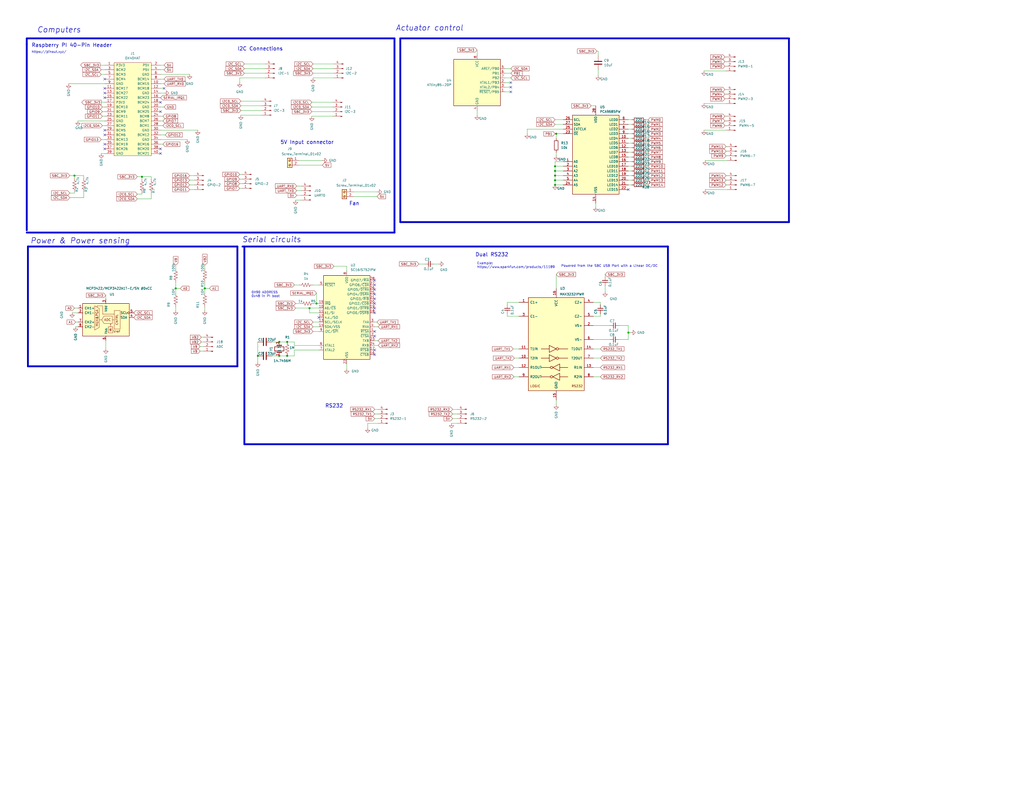
<source format=kicad_sch>
(kicad_sch (version 20231120) (generator "eeschema") (generator_version "8.0")
  (paper "C")
  (title_block (title "ALPHA Main Board") (date "2022-06-15") (rev "1") (company "University of Rhode Island Smart Ocean Systems laboratory"))
  (junction (at 156.718 194.31))
  (junction (at 40.64 95.885))
  (junction (at 140.716 194.31))
  (junction (at 111.76 157.48))
  (junction (at 77.47 96.52))
  (junction (at 152.4 186.69))
  (junction (at 302.895 95.885))
  (junction (at 302.895 93.345))
  (junction (at 303.53 73.025))
  (junction (at 152.4 194.31))
  (junction (at 172.72 165.735))
  (junction (at 302.895 90.805))
  (junction (at 302.895 100.965))
  (junction (at 302.895 98.425))
  (junction (at 168.91 168.275))
  (junction (at 342.9 181.61))
  (junction (at 95.885 157.48))
  (junction (at 156.718 186.69))
  (no_connect (at 204.47 180.975))
  (no_connect (at 278.765 45.085))
  (no_connect (at 204.47 191.135))
  (no_connect (at 204.47 158.115))
  (no_connect (at 204.47 183.515))
  (no_connect (at 87.63 60.96))
  (no_connect (at 57.15 43.18))
  (no_connect (at 87.63 81.28))
  (no_connect (at 204.47 163.195))
  (no_connect (at 89.535 48.26))
  (no_connect (at 57.15 71.12))
  (no_connect (at 204.47 170.815))
  (no_connect (at 87.63 83.82))
  (no_connect (at 204.47 193.675))
  (no_connect (at 204.47 155.575))
  (no_connect (at 173.99 173.355))
  (no_connect (at 278.765 47.625))
  (no_connect (at 204.47 168.275))
  (no_connect (at 57.15 53.34))
  (no_connect (at 57.15 73.66))
  (no_connect (at 87.63 55.88))
  (no_connect (at 57.15 81.28))
  (no_connect (at 57.15 48.26))
  (no_connect (at 57.15 78.74))
  (no_connect (at 342.9 103.505))
  (no_connect (at 57.15 50.8))
  (no_connect (at 204.47 153.035))
  (no_connect (at 204.47 165.735))
  (no_connect (at 278.765 50.165))
  (no_connect (at 204.47 160.655))
  (wire (pts (xy 303.53 73.025) (xy 307.34 73.025)))
  (wire (pts (xy 189.23 201.422) (xy 189.23 198.755)))
  (wire (pts (xy 40.64 105.41) (xy 40.64 104.775)))
  (polyline (pts (xy 133.35 134.62) (xy 133.35 242.57)) (stroke (width 1) (type solid)))
  (polyline (pts (xy 215.265 127) (xy 215.265 20.955)) (stroke (width 1) (type solid)))
  (polyline (pts (xy 218.44 20.955) (xy 218.44 121.285)) (stroke (width 1) (type solid)))
  (wire (pts (xy 395.605 36.195) (xy 396.24 36.195)))
  (wire (pts (xy 344.805 90.805) (xy 342.9 90.805)))
  (wire (pts (xy 87.63 38.1) (xy 89.535 38.1)))
  (wire (pts (xy 352.425 88.265) (xy 353.695 88.265)))
  (wire (pts (xy 88.9 68.58) (xy 87.63 68.58)))
  (wire (pts (xy 395.605 31.115) (xy 396.24 31.115)))
  (polyline (pts (xy 215.265 20.955) (xy 14.605 20.955)) (stroke (width 1) (type solid)))
  (wire (pts (xy 57.785 190.5) (xy 57.785 186.055)))
  (wire (pts (xy 395.605 63.5) (xy 396.24 63.5)))
  (wire (pts (xy 95.885 169.545) (xy 95.885 167.64)))
  (wire (pts (xy 344.805 88.265) (xy 342.9 88.265)))
  (wire (pts (xy 352.425 75.565) (xy 353.695 75.565)))
  (wire (pts (xy 77.47 96.52) (xy 77.47 97.79)))
  (wire (pts (xy 144.78 42.545) (xy 130.81 42.545)))
  (wire (pts (xy 344.805 80.645) (xy 342.9 80.645)))
  (wire (pts (xy 111.76 157.48) (xy 114.3 157.48)))
  (wire (pts (xy 74.93 106.045) (xy 77.47 106.045)))
  (wire (pts (xy 170.815 178.435) (xy 173.99 178.435)))
  (wire (pts (xy 287.655 70.485) (xy 287.655 73.025)))
  (wire (pts (xy 260.35 27.305) (xy 260.35 29.845)))
  (wire (pts (xy 302.895 98.425) (xy 307.34 98.425)))
  (wire (pts (xy 103.505 95.885) (xy 106.045 95.885)))
  (wire (pts (xy 287.655 70.485) (xy 307.34 70.485)))
  (wire (pts (xy 156.718 186.69) (xy 160.655 186.69)))
  (wire (pts (xy 344.805 83.185) (xy 342.9 83.185)))
  (wire (pts (xy 55.88 58.42) (xy 57.15 58.42)))
  (wire (pts (xy 344.805 65.405) (xy 342.9 65.405)))
  (wire (pts (xy 303.53 75.565) (xy 303.53 73.025)))
  (wire (pts (xy 276.86 165.1) (xy 283.21 165.1)))
  (wire (pts (xy 161.925 101.6) (xy 164.465 101.6)))
  (wire (pts (xy 131.445 60.325) (xy 142.875 60.325)))
  (wire (pts (xy 111.76 160.02) (xy 111.76 157.48)))
  (wire (pts (xy 302.895 93.345) (xy 302.895 95.885)))
  (wire (pts (xy 323.85 200.66) (xy 327.66 200.66)))
  (wire (pts (xy 344.17 181.61) (xy 342.9 181.61)))
  (polyline (pts (xy 364.49 242.57) (xy 364.49 134.62)) (stroke (width 1) (type solid)))
  (wire (pts (xy 87.63 76.2) (xy 102.235 76.2)))
  (wire (pts (xy 384.175 71.12) (xy 396.24 71.12)))
  (polyline (pts (xy 14.605 127) (xy 215.265 127)) (stroke (width 1) (type solid)))
  (wire (pts (xy 148.336 194.31) (xy 152.4 194.31)))
  (wire (pts (xy 327.66 165.1) (xy 323.85 165.1)))
  (wire (pts (xy 156.718 186.69) (xy 152.4 186.69)))
  (wire (pts (xy 144.78 34.925) (xy 133.35 34.925)))
  (polyline (pts (xy 218.44 20.955) (xy 430.53 20.955)) (stroke (width 1) (type solid)))
  (wire (pts (xy 396.24 95.885) (xy 396.875 95.885)))
  (wire (pts (xy 327.66 172.72) (xy 327.66 171.45)))
  (wire (pts (xy 109.855 186.69) (xy 111.125 186.69)))
  (wire (pts (xy 45.72 107.95) (xy 38.1 107.95)))
  (wire (pts (xy 325.755 27.94) (xy 326.39 27.94)))
  (wire (pts (xy 325.12 113.03) (xy 325.12 111.125)))
  (wire (pts (xy 87.63 45.72) (xy 89.535 45.72)))
  (wire (pts (xy 352.425 95.885) (xy 353.695 95.885)))
  (wire (pts (xy 344.805 95.885) (xy 342.9 95.885)))
  (wire (pts (xy 55.88 60.96) (xy 57.15 60.96)))
  (wire (pts (xy 206.375 186.055) (xy 204.47 186.055)))
  (wire (pts (xy 302.895 100.965) (xy 307.34 100.965)))
  (wire (pts (xy 144.78 37.465) (xy 133.35 37.465)))
  (wire (pts (xy 302.895 65.405) (xy 307.34 65.405)))
  (wire (pts (xy 55.245 38.1) (xy 57.15 38.1)))
  (wire (pts (xy 260.35 62.865) (xy 260.35 60.325)))
  (wire (pts (xy 344.805 67.945) (xy 342.9 67.945)))
  (wire (pts (xy 42.545 66.04) (xy 57.15 66.04)))
  (wire (pts (xy 205.74 175.895) (xy 204.47 175.895)))
  (wire (pts (xy 342.9 181.61) (xy 342.9 185.42)))
  (wire (pts (xy 344.805 85.725) (xy 342.9 85.725)))
  (wire (pts (xy 140.716 194.31) (xy 140.843 194.31)))
  (wire (pts (xy 280.67 195.58) (xy 283.21 195.58)))
  (wire (pts (xy 182.245 37.465) (xy 170.815 37.465)))
  (wire (pts (xy 395.605 48.895) (xy 396.24 48.895)))
  (wire (pts (xy 322.58 57.785) (xy 325.12 57.785)))
  (wire (pts (xy 323.85 190.5) (xy 327.66 190.5)))
  (wire (pts (xy 303.53 149.86) (xy 303.53 157.48)))
  (wire (pts (xy 95.885 160.02) (xy 95.885 157.48)))
  (wire (pts (xy 82.55 108.585) (xy 74.93 108.585)))
  (wire (pts (xy 82.55 105.41) (xy 82.55 108.585)))
  (wire (pts (xy 95.885 157.48) (xy 95.885 154.305)))
  (wire (pts (xy 326.39 41.275) (xy 326.39 38.1)))
  (wire (pts (xy 303.53 83.185) (xy 303.53 85.09)))
  (wire (pts (xy 38.1 95.885) (xy 40.64 95.885)))
  (wire (pts (xy 45.72 95.885) (xy 40.64 95.885)))
  (wire (pts (xy 161.29 168.275) (xy 168.91 168.275)))
  (polyline (pts (xy 129.54 200.025) (xy 129.54 134.62)) (stroke (width 1) (type solid)))
  (wire (pts (xy 133.35 40.005) (xy 144.78 40.005)))
  (wire (pts (xy 278.765 45.085) (xy 275.59 45.085)))
  (wire (pts (xy 323.85 177.8) (xy 332.74 177.8)))
  (wire (pts (xy 181.61 58.42) (xy 170.18 58.42)))
  (wire (pts (xy 323.85 172.72) (xy 327.66 172.72)))
  (wire (pts (xy 247.015 223.52) (xy 249.555 223.52)))
  (wire (pts (xy 142.875 55.245) (xy 131.445 55.245)))
  (wire (pts (xy 193.04 104.775) (xy 205.74 104.775)))
  (wire (pts (xy 40.64 168.275) (xy 42.545 168.275)))
  (wire (pts (xy 168.91 170.815) (xy 168.91 168.275)))
  (wire (pts (xy 170.815 175.895) (xy 173.99 175.895)))
  (wire (pts (xy 95.885 144.78) (xy 95.885 146.685)))
  (wire (pts (xy 41.275 178.435) (xy 42.545 178.435)))
  (polyline (pts (xy 15.24 200.025) (xy 129.54 200.025)) (stroke (width 1) (type solid)))
  (wire (pts (xy 130.81 95.25) (xy 132.08 95.25)))
  (wire (pts (xy 352.425 73.025) (xy 353.695 73.025)))
  (wire (pts (xy 130.81 100.33) (xy 132.08 100.33)))
  (wire (pts (xy 302.895 88.265) (xy 302.895 90.805)))
  (wire (pts (xy 161.925 104.14) (xy 164.465 104.14)))
  (wire (pts (xy 302.895 95.885) (xy 302.895 98.425)))
  (wire (pts (xy 276.86 172.72) (xy 276.86 171.45)))
  (wire (pts (xy 161.925 106.68) (xy 164.465 106.68)))
  (wire (pts (xy 330.2 156.21) (xy 330.2 159.385)))
  (wire (pts (xy 172.72 165.735) (xy 173.99 165.735)))
  (wire (pts (xy 280.035 190.5) (xy 283.21 190.5)))
  (wire (pts (xy 87.63 71.12) (xy 107.95 71.12)))
  (wire (pts (xy 87.63 58.42) (xy 89.535 58.42)))
  (wire (pts (xy 45.72 104.775) (xy 45.72 107.95)))
  (wire (pts (xy 189.23 145.415) (xy 189.23 147.955)))
  (wire (pts (xy 142.875 57.785) (xy 131.445 57.785)))
  (wire (pts (xy 170.18 63.5) (xy 181.61 63.5)))
  (wire (pts (xy 41.275 175.895) (xy 42.545 175.895)))
  (wire (pts (xy 173.99 170.815) (xy 168.91 170.815)))
  (wire (pts (xy 173.99 191.135) (xy 160.655 191.135)))
  (wire (pts (xy 352.425 85.725) (xy 353.695 85.725)))
  (wire (pts (xy 344.805 70.485) (xy 342.9 70.485)))
  (wire (pts (xy 89.535 35.56) (xy 87.63 35.56)))
  (wire (pts (xy 352.425 93.345) (xy 353.695 93.345)))
  (wire (pts (xy 344.805 93.345) (xy 342.9 93.345)))
  (wire (pts (xy 384.81 87.63) (xy 396.875 87.63)))
  (wire (pts (xy 90.17 73.66) (xy 87.63 73.66)))
  (wire (pts (xy 111.76 169.545) (xy 111.76 167.64)))
  (wire (pts (xy 103.505 100.965) (xy 106.045 100.965)))
  (wire (pts (xy 87.63 40.64) (xy 103.505 40.64)))
  (wire (pts (xy 170.815 180.975) (xy 173.99 180.975)))
  (wire (pts (xy 200.66 231.14) (xy 200.66 233.68)))
  (wire (pts (xy 204.47 228.6) (xy 206.375 228.6)))
  (wire (pts (xy 170.815 40.005) (xy 182.245 40.005)))
  (wire (pts (xy 40.64 95.885) (xy 40.64 97.155)))
  (wire (pts (xy 344.805 98.425) (xy 342.9 98.425)))
  (wire (pts (xy 395.605 66.04) (xy 396.24 66.04)))
  (wire (pts (xy 352.425 100.965) (xy 353.695 100.965)))
  (wire (pts (xy 302.895 93.345) (xy 307.34 93.345)))
  (polyline (pts (xy 14.605 20.955) (xy 14.605 24.13)) (stroke (width 1) (type solid)))
  (wire (pts (xy 55.245 76.2) (xy 57.15 76.2)))
  (wire (pts (xy 160.655 191.135) (xy 160.655 194.31)))
  (wire (pts (xy 246.38 231.14) (xy 249.555 231.14)))
  (wire (pts (xy 109.22 191.77) (xy 111.125 191.77)))
  (wire (pts (xy 396.24 98.425) (xy 396.875 98.425)))
  (wire (pts (xy 103.505 103.505) (xy 106.045 103.505)))
  (wire (pts (xy 172.72 160.02) (xy 172.72 165.735)))
  (wire (pts (xy 181.61 55.88) (xy 170.18 55.88)))
  (wire (pts (xy 57.785 161.29) (xy 57.785 163.195)))
  (wire (pts (xy 302.895 88.265) (xy 307.34 88.265)))
  (wire (pts (xy 88.9 66.04) (xy 87.63 66.04)))
  (wire (pts (xy 302.895 98.425) (xy 302.895 100.965)))
  (wire (pts (xy 352.425 90.805) (xy 353.695 90.805)))
  (wire (pts (xy 395.605 51.435) (xy 396.24 51.435)))
  (wire (pts (xy 396.24 85.09) (xy 396.875 85.09)))
  (wire (pts (xy 170.18 60.96) (xy 181.61 60.96)))
  (wire (pts (xy 396.24 82.55) (xy 396.875 82.55)))
  (wire (pts (xy 280.416 205.74) (xy 283.21 205.74)))
  (polyline (pts (xy 15.24 134.62) (xy 15.24 200.025)) (stroke (width 1) (type solid)))
  (wire (pts (xy 156.718 194.31) (xy 160.655 194.31)))
  (wire (pts (xy 395.605 53.975) (xy 396.24 53.975)))
  (wire (pts (xy 302.895 90.805) (xy 302.895 93.345)))
  (wire (pts (xy 168.91 168.275) (xy 173.99 168.275)))
  (polyline (pts (xy 218.44 121.285) (xy 430.53 121.285)) (stroke (width 1) (type solid)))
  (polyline (pts (xy 132.334 134.62) (xy 132.715 134.62)))
  (wire (pts (xy 95.885 157.48) (xy 98.425 157.48)))
  (wire (pts (xy 55.245 83.82) (xy 57.15 83.82)))
  (wire (pts (xy 54.61 35.56) (xy 57.15 35.56)))
  (wire (pts (xy 352.425 70.485) (xy 353.695 70.485)))
  (wire (pts (xy 206.375 231.14) (xy 200.66 231.14)))
  (wire (pts (xy 111.76 157.48) (xy 111.76 154.305)))
  (wire (pts (xy 103.505 98.425) (xy 106.045 98.425)))
  (wire (pts (xy 283.21 172.72) (xy 276.86 172.72)))
  (wire (pts (xy 344.805 75.565) (xy 342.9 75.565)))
  (wire (pts (xy 204.47 223.52) (xy 206.375 223.52)))
  (wire (pts (xy 204.47 226.06) (xy 206.375 226.06)))
  (wire (pts (xy 45.72 97.155) (xy 45.72 95.885)))
  (wire (pts (xy 352.425 83.185) (xy 353.695 83.185)))
  (polyline (pts (xy 132.334 134.62) (xy 364.49 134.62)) (stroke (width 1) (type solid)))
  (wire (pts (xy 161.29 109.22) (xy 164.465 109.22)))
  (polyline (pts (xy 14.605 24.13) (xy 14.605 125.73)) (stroke (width 1) (type solid)))
  (wire (pts (xy 396.24 100.965) (xy 396.875 100.965)))
  (polyline (pts (xy 133.35 242.57) (xy 364.49 242.57)) (stroke (width 1) (type solid)))
  (wire (pts (xy 160.655 188.595) (xy 160.655 186.69)))
  (wire (pts (xy 38.1 105.41) (xy 40.64 105.41)))
  (wire (pts (xy 170.815 155.575) (xy 173.99 155.575)))
  (wire (pts (xy 55.245 55.88) (xy 57.15 55.88)))
  (wire (pts (xy 384.81 103.505) (xy 396.875 103.505)))
  (wire (pts (xy 342.9 177.8) (xy 342.9 181.61)))
  (wire (pts (xy 323.85 195.58) (xy 327.66 195.58)))
  (wire (pts (xy 228.6 144.145) (xy 231.775 144.145)))
  (wire (pts (xy 344.805 73.025) (xy 342.9 73.025)))
  (wire (pts (xy 131.445 62.865) (xy 142.875 62.865)))
  (wire (pts (xy 327.66 166.37) (xy 327.66 165.1)))
  (wire (pts (xy 323.85 205.74) (xy 327.66 205.74)))
  (wire (pts (xy 206.375 178.435) (xy 204.47 178.435)))
  (wire (pts (xy 247.015 228.6) (xy 249.555 228.6)))
  (wire (pts (xy 74.93 96.52) (xy 77.47 96.52)))
  (wire (pts (xy 206.375 188.595) (xy 204.47 188.595)))
  (wire (pts (xy 77.47 106.045) (xy 77.47 105.41)))
  (wire (pts (xy 280.416 200.66) (xy 283.21 200.66)))
  (wire (pts (xy 302.895 90.805) (xy 307.34 90.805)))
  (wire (pts (xy 236.855 144.145) (xy 239.395 144.145)))
  (polyline (pts (xy 430.53 121.285) (xy 430.53 20.955)) (stroke (width 1) (type solid)))
  (wire (pts (xy 337.82 185.42) (xy 342.9 185.42)))
  (wire (pts (xy 395.605 33.655) (xy 396.24 33.655)))
  (wire (pts (xy 82.55 97.79) (xy 82.55 96.52)))
  (wire (pts (xy 88.9 63.5) (xy 87.63 63.5)))
  (wire (pts (xy 302.895 67.945) (xy 307.34 67.945)))
  (wire (pts (xy 352.425 67.945) (xy 353.695 67.945)))
  (wire (pts (xy 88.9 78.74) (xy 87.63 78.74)))
  (wire (pts (xy 303.53 218.44) (xy 303.53 220.98)))
  (wire (pts (xy 173.99 188.595) (xy 160.655 188.595)))
  (wire (pts (xy 87.63 43.18) (xy 89.535 43.18)))
  (wire (pts (xy 278.765 37.465) (xy 275.59 37.465)))
  (wire (pts (xy 352.425 98.425) (xy 353.695 98.425)))
  (wire (pts (xy 148.336 186.69) (xy 152.4 186.69)))
  (wire (pts (xy 82.55 96.52) (xy 77.47 96.52)))
  (wire (pts (xy 55.88 68.58) (xy 57.15 68.58)))
  (polyline (pts (xy 15.24 134.62) (xy 129.54 134.62)) (stroke (width 1) (type solid)))
  (wire (pts (xy 193.04 107.315) (xy 205.74 107.315)))
  (wire (pts (xy 55.88 63.5) (xy 57.15 63.5)))
  (wire (pts (xy 344.805 100.965) (xy 342.9 100.965)))
  (wire (pts (xy 330.2 151.13) (xy 330.2 149.86)))
  (wire (pts (xy 182.245 34.925) (xy 170.815 34.925)))
  (wire (pts (xy 352.425 78.105) (xy 353.695 78.105)))
  (wire (pts (xy 170.815 42.545) (xy 182.245 42.545)))
  (wire (pts (xy 130.81 102.87) (xy 132.08 102.87)))
  (wire (pts (xy 384.175 56.515) (xy 396.24 56.515)))
  (wire (pts (xy 302.895 95.885) (xy 307.34 95.885)))
  (wire (pts (xy 395.605 68.58) (xy 396.24 68.58)))
  (wire (pts (xy 323.85 185.42) (xy 332.74 185.42)))
  (wire (pts (xy 163.195 90.17) (xy 175.895 90.17)))
  (wire (pts (xy 384.175 38.735) (xy 396.24 38.735)))
  (wire (pts (xy 160.655 155.575) (xy 163.195 155.575)))
  (wire (pts (xy 161.29 165.735) (xy 163.83 165.735)))
  (wire (pts (xy 140.716 186.69) (xy 140.716 194.31)))
  (wire (pts (xy 171.45 165.735) (xy 172.72 165.735)))
  (wire (pts (xy 337.82 177.8) (xy 342.9 177.8)))
  (wire (pts (xy 352.425 65.405) (xy 353.695 65.405)))
  (wire (pts (xy 89.535 50.8) (xy 87.63 50.8)))
  (wire (pts (xy 276.86 166.37) (xy 276.86 165.1)))
  (wire (pts (xy 130.81 97.79) (xy 132.08 97.79)))
  (wire (pts (xy 302.895 73.025) (xy 303.53 73.025)))
  (wire (pts (xy 278.765 47.625) (xy 275.59 47.625)))
  (wire (pts (xy 352.425 80.645) (xy 353.695 80.645)))
  (wire (pts (xy 326.39 27.94) (xy 326.39 30.48)))
  (wire (pts (xy 247.015 226.06) (xy 249.555 226.06)))
  (wire (pts (xy 278.765 42.545) (xy 275.59 42.545)))
  (wire (pts (xy 344.805 78.105) (xy 342.9 78.105)))
  (wire (pts (xy 109.855 184.15) (xy 111.125 184.15)))
  (wire (pts (xy 156.718 194.31) (xy 152.4 194.31)))
  (wire (pts (xy 55.245 40.64) (xy 57.15 40.64)))
  (wire (pts (xy 130.81 42.545) (xy 130.81 45.085)))
  (wire (pts (xy 109.22 189.23) (xy 111.125 189.23)))
  (wire (pts (xy 39.37 170.815) (xy 42.545 170.815)))
  (wire (pts (xy 87.63 48.26) (xy 89.535 48.26)))
  (wire (pts (xy 37.465 45.72) (xy 57.15 45.72)))
  (wire (pts (xy 278.765 40.005) (xy 275.59 40.005)))
  (wire (pts (xy 111.76 144.78) (xy 111.76 146.685)))
  (wire (pts (xy 140.716 194.31) (xy 140.716 197.866)))
  (wire (pts (xy 278.765 50.165) (xy 275.59 50.165)))
  (wire (pts (xy 163.195 87.63) (xy 175.895 87.63)))
  (wire (pts (xy 396.24 80.01) (xy 396.875 80.01)))
  (wire (pts (xy 182.245 145.415) (xy 189.23 145.415)))
  (text "I2C Connections" (at 129.54 27.94 0) (effects (font (size 2 2) (thickness 0.254) (bold yes)) (justify left bottom)))
  (text "0X90 ADDRESS\n0x48 in PI boot\n" (at 137.16 162.56 0) (effects (font (size 1.27 1.27)) (justify left bottom)))
  (text "5V Input connector" (at 152.908 78.994 0) (effects (font (size 2 2) (thickness 0.254) (bold yes)) (justify left bottom)))
  (text "RS232\n" (at 187.325 222.885 0) (effects (font (size 2 2) (thickness 0.254) (bold yes)) (justify right bottom)))
  (text "Serial circuits" (at 132.08 132.715 0) (effects (font (size 3 3) (thickness 0.254) (bold yes) (italic yes)) (justify left bottom)))
  (text "Dual RS232\n" (at 277.495 140.335 0) (effects (font (size 2 2) (thickness 0.254) (bold yes)) (justify right bottom)))
  (text "Power & Power sensing" (at 16.51 133.35 0) (effects (font (size 3 3) (thickness 0.254) (bold yes) (italic yes)) (justify left bottom)))
  (text "Example: \nhttps://www.sparkfun.com/products/11189" (at 260.35 146.685 0) (effects (font (size 1.27 1.27)) (justify left bottom)))
  (text "Fan\n" (at 190.5 112.395 0) (effects (font (size 2 2) (thickness 0.254) (bold yes)) (justify left bottom)))
  (text "Computers" (at 20.193 18.161 0) (effects (font (size 3 3) (thickness 0.254) (bold yes) (italic yes)) (justify left bottom)))
  (text "https://pinout.xyz/" (at 17.145 29.21 0) (effects (font (size 1.27 1.27)) (justify left bottom)))
  (text "Actuator control" (at 215.9 17.145 0) (effects (font (size 3 3) (thickness 0.254) (bold yes) (italic yes)) (justify left bottom)))
  (text "Raspberry PI 40-Pin Header\n\n" (at 17.145 29.21 0) (effects (font (size 2 2) (thickness 0.254) (bold yes)) (justify left bottom)))
  (text "Powered from the SBC USB Port with a Linear DC/DC" (at 306.197 146.05 0) (effects (font (size 1.27 1.27)) (justify left bottom)))
  (global_label "I2C0_SCL" (shape input) (at 170.18 55.88 180) (property "Intersheetrefs" "${INTERSHEET_REFS}" (effects (hide yes))))
  (global_label "SBC_3V3" (shape output) (at 55.245 55.88 180) (property "Intersheetrefs" "${INTERSHEET_REFS}" (effects (hide yes))))
  (global_label "SBC_3V3" (shape input) (at 161.29 165.735 180) (property "Intersheetrefs" "${INTERSHEET_REFS}" (effects (hide yes))))
  (global_label "GPIO9" (shape input) (at 130.81 97.79 180) (property "Intersheetrefs" "${INTERSHEET_REFS}" (effects (hide yes))))
  (global_label "I2C_SDA" (shape input) (at 55.245 38.1 180) (property "Intersheetrefs" "${INTERSHEET_REFS}" (effects (hide yes))))
  (global_label "GPIO16" (shape input) (at 88.9 78.74 0) (property "Intersheetrefs" "${INTERSHEET_REFS}" (effects (hide yes))))
  (global_label "SBC_3V3" (shape input) (at 228.6 144.145 180) (property "Intersheetrefs" "${INTERSHEET_REFS}" (effects (hide yes))))
  (global_label "SBC_3V3" (shape input) (at 182.245 145.415 180) (property "Intersheetrefs" "${INTERSHEET_REFS}" (effects (hide yes))))
  (global_label "GPIO10" (shape input) (at 55.88 58.42 180) (property "Intersheetrefs" "${INTERSHEET_REFS}" (effects (hide yes))))
  (global_label "I2C_SCL" (shape input) (at 302.895 65.405 180) (property "Intersheetrefs" "${INTERSHEET_REFS}" (effects (hide yes))))
  (global_label "UART_TX1" (shape input) (at 205.74 175.895 0) (property "Intersheetrefs" "${INTERSHEET_REFS}" (effects (hide yes))))
  (global_label "I2C_SCL" (shape input) (at 38.1 105.41 180) (property "Intersheetrefs" "${INTERSHEET_REFS}" (effects (hide yes))))
  (global_label "GND" (shape input) (at 89.535 58.42 0) (property "Intersheetrefs" "${INTERSHEET_REFS}" (effects (hide yes))))
  (global_label "GPIO10" (shape input) (at 130.81 95.25 180) (property "Intersheetrefs" "${INTERSHEET_REFS}" (effects (hide yes))))
  (global_label "I2C_SCL" (shape input) (at 55.245 40.64 180) (property "Intersheetrefs" "${INTERSHEET_REFS}" (effects (hide yes))))
  (global_label "GPIO13" (shape input) (at 55.245 76.2 180) (property "Intersheetrefs" "${INTERSHEET_REFS}" (effects (hide yes))))
  (global_label "SERIAL_IRQ1" (shape input) (at 172.72 160.02 180) (property "Intersheetrefs" "${INTERSHEET_REFS}" (effects (hide yes))))
  (global_label "SERIAL_IRQ1" (shape input) (at 87.63 53.34 0) (property "Intersheetrefs" "${INTERSHEET_REFS}" (effects (hide yes))))
  (global_label "PWM11" (shape input) (at 353.695 93.345 0) (property "Intersheetrefs" "${INTERSHEET_REFS}" (effects (hide yes))))
  (global_label "GPIO7" (shape input) (at 130.81 102.87 180) (property "Intersheetrefs" "${INTERSHEET_REFS}" (effects (hide yes))))
  (global_label "SBC_3V3" (shape input) (at 322.58 57.785 180) (property "Intersheetrefs" "${INTERSHEET_REFS}" (effects (hide yes))))
  (global_label "I2C0_SCL" (shape input) (at 88.9 68.58 0) (property "Intersheetrefs" "${INTERSHEET_REFS}" (effects (hide yes))))
  (global_label "I2C_SCL" (shape input) (at 278.765 42.545 0) (property "Intersheetrefs" "${INTERSHEET_REFS}" (effects (hide yes))))
  (global_label "PWM0" (shape input) (at 395.605 36.195 180) (property "Intersheetrefs" "${INTERSHEET_REFS}" (effects (hide yes))))
  (global_label "A0" (shape input) (at 40.64 168.275 180) (property "Intersheetrefs" "${INTERSHEET_REFS}" (effects (hide yes))))
  (global_label "I2C0_SDA" (shape input) (at 170.18 58.42 180) (property "Intersheetrefs" "${INTERSHEET_REFS}" (effects (hide yes))))
  (global_label "I2C_SDA" (shape input) (at 38.1 107.95 180) (property "Intersheetrefs" "${INTERSHEET_REFS}" (effects (hide yes))))
  (global_label "PWM8" (shape input) (at 353.695 85.725 0) (property "Intersheetrefs" "${INTERSHEET_REFS}" (effects (hide yes))))
  (global_label "SBC_3V3" (shape input) (at 74.93 96.52 180) (property "Intersheetrefs" "${INTERSHEET_REFS}" (effects (hide yes))))
  (global_label "VB2" (shape input) (at 109.855 184.15 180) (property "Intersheetrefs" "${INTERSHEET_REFS}" (effects (hide yes))))
  (global_label "SBC_3V3" (shape output) (at 54.61 35.56 180) (property "Intersheetrefs" "${INTERSHEET_REFS}" (effects (hide yes))))
  (global_label "SBC_3V3" (shape input) (at 170.815 40.005 180) (property "Intersheetrefs" "${INTERSHEET_REFS}" (effects (hide yes))))
  (global_label "SBC_3V3" (shape input) (at 133.35 40.005 180) (property "Intersheetrefs" "${INTERSHEET_REFS}" (effects (hide yes))))
  (global_label "RS232_TX1" (shape input) (at 327.66 190.5 0) (property "Intersheetrefs" "${INTERSHEET_REFS}" (effects (hide yes))))
  (global_label "UART_TX0" (shape input) (at 161.925 104.14 180) (property "Intersheetrefs" "${INTERSHEET_REFS}" (effects (hide yes))))
  (global_label "VB2" (shape input) (at 111.76 144.78 90) (property "Intersheetrefs" "${INTERSHEET_REFS}" (effects (hide yes))))
  (global_label "UART_TX0" (shape input) (at 89.535 43.18 0) (property "Intersheetrefs" "${INTERSHEET_REFS}" (effects (hide yes))))
  (global_label "SBC_3V3" (shape input) (at 160.655 155.575 180) (property "Intersheetrefs" "${INTERSHEET_REFS}" (effects (hide yes))))
  (global_label "RS232_TX2" (shape input) (at 327.66 195.58 0) (property "Intersheetrefs" "${INTERSHEET_REFS}" (effects (hide yes))))
  (global_label "I2C_SDA" (shape input) (at 170.815 178.435 180) (property "Intersheetrefs" "${INTERSHEET_REFS}" (effects (hide yes))))
  (global_label "I2C_SDA" (shape input) (at 133.35 37.465 180) (property "Intersheetrefs" "${INTERSHEET_REFS}" (effects (hide yes))))
  (global_label "I2C_SDA" (shape input) (at 302.895 67.945 180) (property "Intersheetrefs" "${INTERSHEET_REFS}" (effects (hide yes))))
  (global_label "A1" (shape input) (at 114.3 157.48 0) (property "Intersheetrefs" "${INTERSHEET_REFS}" (effects (hide yes))))
  (global_label "GPIO16" (shape input) (at 103.505 95.885 180) (property "Intersheetrefs" "${INTERSHEET_REFS}" (effects (hide yes))))
  (global_label "PWM12" (shape input) (at 396.24 100.965 180) (property "Intersheetrefs" "${INTERSHEET_REFS}" (effects (hide yes))))
  (global_label "PWM5" (shape input) (at 353.695 78.105 0) (property "Intersheetrefs" "${INTERSHEET_REFS}" (effects (hide yes))))
  (global_label "PWM14" (shape input) (at 353.695 100.965 0) (property "Intersheetrefs" "${INTERSHEET_REFS}" (effects (hide yes))))
  (global_label "PWM4" (shape input) (at 395.605 51.435 180) (property "Intersheetrefs" "${INTERSHEET_REFS}" (effects (hide yes))))
  (global_label "5V" (shape input) (at 89.535 38.1 0) (property "Intersheetrefs" "${INTERSHEET_REFS}" (effects (hide yes))))
  (global_label "I2C_SDA" (shape input) (at 278.765 37.465 0) (property "Intersheetrefs" "${INTERSHEET_REFS}" (effects (hide yes))))
  (global_label "GPIO13" (shape input) (at 103.505 98.425 180) (property "Intersheetrefs" "${INTERSHEET_REFS}" (effects (hide yes))))
  (global_label "RS232_RX1" (shape input) (at 204.47 223.52 180) (property "Intersheetrefs" "${INTERSHEET_REFS}" (effects (hide yes))))
  (global_label "UART_RX0" (shape input) (at 161.925 101.6 180) (property "Intersheetrefs" "${INTERSHEET_REFS}" (effects (hide yes))))
  (global_label "PWM2" (shape input) (at 395.605 31.115 180) (property "Intersheetrefs" "${INTERSHEET_REFS}" (effects (hide yes))))
  (global_label "I2C_SCL" (shape input) (at 73.025 170.815 0) (property "Intersheetrefs" "${INTERSHEET_REFS}" (effects (hide yes))))
  (global_label "PWM7" (shape input) (at 353.695 83.185 0) (property "Intersheetrefs" "${INTERSHEET_REFS}" (effects (hide yes))))
  (global_label "UART_RX1" (shape input) (at 206.375 178.435 0) (property "Intersheetrefs" "${INTERSHEET_REFS}" (effects (hide yes))))
  (global_label "5V" (shape input) (at 204.47 228.6 180) (property "Intersheetrefs" "${INTERSHEET_REFS}" (effects (hide yes))))
  (global_label "SBC_3V3" (shape input) (at 161.29 168.275 180) (property "Intersheetrefs" "${INTERSHEET_REFS}" (effects (hide yes))))
  (global_label "VB" (shape input) (at 95.885 144.78 90) (property "Intersheetrefs" "${INTERSHEET_REFS}" (effects (hide yes))))
  (global_label "PWM14" (shape input) (at 396.24 95.885 180) (property "Intersheetrefs" "${INTERSHEET_REFS}" (effects (hide yes))))
  (global_label "RS232_TX2" (shape input) (at 247.015 226.06 180) (property "Intersheetrefs" "${INTERSHEET_REFS}" (effects (hide yes))))
  (global_label "PWM3" (shape input) (at 353.695 73.025 0) (property "Intersheetrefs" "${INTERSHEET_REFS}" (effects (hide yes))))
  (global_label "RS232_RX2" (shape input) (at 247.015 223.52 180) (property "Intersheetrefs" "${INTERSHEET_REFS}" (effects (hide yes))))
  (global_label "A1" (shape input) (at 41.275 175.895 180) (property "Intersheetrefs" "${INTERSHEET_REFS}" (effects (hide yes))))
  (global_label "PWM4" (shape input) (at 353.695 75.565 0) (property "Intersheetrefs" "${INTERSHEET_REFS}" (effects (hide yes))))
  (global_label "I2C_SCL" (shape input) (at 170.815 34.925 180) (property "Intersheetrefs" "${INTERSHEET_REFS}" (effects (hide yes))))
  (global_label "PWM9" (shape input) (at 396.24 85.09 180) (property "Intersheetrefs" "${INTERSHEET_REFS}" (effects (hide yes))))
  (global_label "GPIO11" (shape input) (at 55.88 63.5 180) (property "Intersheetrefs" "${INTERSHEET_REFS}" (effects (hide yes))))
  (global_label "I2C0_SDA" (shape input) (at 131.445 57.785 180) (property "Intersheetrefs" "${INTERSHEET_REFS}" (effects (hide yes))))
  (global_label "RS232_RX2" (shape input) (at 327.66 205.74 0) (property "Intersheetrefs" "${INTERSHEET_REFS}" (effects (hide yes))))
  (global_label "PWM10" (shape input) (at 353.695 90.805 0) (property "Intersheetrefs" "${INTERSHEET_REFS}" (effects (hide yes))))
  (global_label "GPIO12" (shape input) (at 90.17 73.66 0) (property "Intersheetrefs" "${INTERSHEET_REFS}" (effects (hide yes))))
  (global_label "VB" (shape input) (at 109.22 191.77 180) (property "Intersheetrefs" "${INTERSHEET_REFS}" (effects (hide yes))))
  (global_label "PWM7" (shape input) (at 395.605 66.04 180) (property "Intersheetrefs" "${INTERSHEET_REFS}" (effects (hide yes))))
  (global_label "PWM3" (shape input) (at 395.605 53.975 180) (property "Intersheetrefs" "${INTERSHEET_REFS}" (effects (hide yes))))
  (global_label "5V" (shape input) (at 205.74 107.315 0) (property "Intersheetrefs" "${INTERSHEET_REFS}" (effects (hide yes))))
  (global_label "VB2" (shape input) (at 109.855 186.69 180) (property "Intersheetrefs" "${INTERSHEET_REFS}" (effects (hide yes))))
  (global_label "PB1" (shape input) (at 278.765 40.005 0) (property "Intersheetrefs" "${INTERSHEET_REFS}" (effects (hide yes))))
  (global_label "GPIO12" (shape input) (at 103.505 100.965 180) (property "Intersheetrefs" "${INTERSHEET_REFS}" (effects (hide yes))))
  (global_label "I2C0_SCL" (shape input) (at 74.93 106.045 180) (property "Intersheetrefs" "${INTERSHEET_REFS}" (effects (hide yes))))
  (global_label "A0" (shape input) (at 98.425 157.48 0) (property "Intersheetrefs" "${INTERSHEET_REFS}" (effects (hide yes))))
  (global_label "VB" (shape input) (at 109.22 189.23 180) (property "Intersheetrefs" "${INTERSHEET_REFS}" (effects (hide yes))))
  (global_label "I2C0_SCL" (shape input) (at 131.445 55.245 180) (property "Intersheetrefs" "${INTERSHEET_REFS}" (effects (hide yes))))
  (global_label "5V" (shape input) (at 161.925 106.68 180) (property "Intersheetrefs" "${INTERSHEET_REFS}" (effects (hide yes))))
  (global_label "PB1" (shape input) (at 302.895 73.025 180) (property "Intersheetrefs" "${INTERSHEET_REFS}" (effects (hide yes))))
  (global_label "PWM2" (shape input) (at 353.695 70.485 0) (property "Intersheetrefs" "${INTERSHEET_REFS}" (effects (hide yes))))
  (global_label "GPIO11" (shape input) (at 103.505 103.505 180) (property "Intersheetrefs" "${INTERSHEET_REFS}" (effects (hide yes))))
  (global_label "RS232_RX1" (shape input) (at 327.66 200.66 0) (property "Intersheetrefs" "${INTERSHEET_REFS}" (effects (hide yes))))
  (global_label "5V" (shape input) (at 89.535 35.56 0) (property "Intersheetrefs" "${INTERSHEET_REFS}" (effects (hide yes))))
  (global_label "I2C_SCL" (shape input) (at 170.815 175.895 180) (property "Intersheetrefs" "${INTERSHEET_REFS}" (effects (hide yes))))
  (global_label "PWM9" (shape input) (at 353.695 88.265 0) (property "Intersheetrefs" "${INTERSHEET_REFS}" (effects (hide yes))))
  (global_label "SBC_3V3" (shape input) (at 170.815 180.975 180) (property "Intersheetrefs" "${INTERSHEET_REFS}" (effects (hide yes))))
  (global_label "SBC_3V3" (shape input) (at 57.785 161.29 180) (property "Intersheetrefs" "${INTERSHEET_REFS}" (effects (hide yes))))
  (global_label "SBC_3V3" (shape input) (at 38.1 95.885 180) (property "Intersheetrefs" "${INTERSHEET_REFS}" (effects (hide yes))))
  (global_label "I2C0_SDA" (shape input) (at 55.88 68.58 180) (property "Intersheetrefs" "${INTERSHEET_REFS}" (effects (hide yes))))
  (global_label "SBC_3V3" (shape input) (at 325.755 27.94 180) (property "Intersheetrefs" "${INTERSHEET_REFS}" (effects (hide yes))))
  (global_label "UART_TX2" (shape input) (at 206.375 186.055 0) (property "Intersheetrefs" "${INTERSHEET_REFS}" (effects (hide yes))))
  (global_label "PWM11" (shape input) (at 396.24 80.01 180) (property "Intersheetrefs" "${INTERSHEET_REFS}" (effects (hide yes))))
  (global_label "UART_RX1" (shape input) (at 280.416 200.66 180) (property "Intersheetrefs" "${INTERSHEET_REFS}" (effects (hide yes))))
  (global_label "PWM13" (shape input) (at 353.695 98.425 0) (property "Intersheetrefs" "${INTERSHEET_REFS}" (effects (hide yes))))
  (global_label "GPIO7" (shape input) (at 88.9 66.04 0) (property "Intersheetrefs" "${INTERSHEET_REFS}" (effects (hide yes))))
  (global_label "I2C_SDA" (shape input) (at 73.025 173.355 0) (property "Intersheetrefs" "${INTERSHEET_REFS}" (effects (hide yes))))
  (global_label "I2C_SCL" (shape input) (at 133.35 34.925 180) (property "Intersheetrefs" "${INTERSHEET_REFS}" (effects (hide yes))))
  (global_label "SBC_3V3" (shape input) (at 131.445 60.325 180) (property "Intersheetrefs" "${INTERSHEET_REFS}" (effects (hide yes))))
  (global_label "PWM8" (shape input) (at 395.605 63.5 180) (property "Intersheetrefs" "${INTERSHEET_REFS}" (effects (hide yes))))
  (global_label "UART_TX1" (shape input) (at 280.035 190.5 180) (property "Intersheetrefs" "${INTERSHEET_REFS}" (effects (hide yes))))
  (global_label "GPIO9" (shape input) (at 55.88 60.96 180) (property "Intersheetrefs" "${INTERSHEET_REFS}" (effects (hide yes))))
  (global_label "UART_TX2" (shape input) (at 280.67 195.58 180) (property "Intersheetrefs" "${INTERSHEET_REFS}" (effects (hide yes))))
  (global_label "PWM1" (shape input) (at 395.605 33.655 180) (property "Intersheetrefs" "${INTERSHEET_REFS}" (effects (hide yes))))
  (global_label "GPIO8" (shape input) (at 130.81 100.33 180) (property "Intersheetrefs" "${INTERSHEET_REFS}" (effects (hide yes))))
  (global_label "RS232_TX1" (shape input) (at 204.47 226.06 180) (property "Intersheetrefs" "${INTERSHEET_REFS}" (effects (hide yes))))
  (global_label "SBC_3V3" (shape input) (at 170.18 60.96 180) (property "Intersheetrefs" "${INTERSHEET_REFS}" (effects (hide yes))))
  (global_label "PWM6" (shape input) (at 353.695 80.645 0) (property "Intersheetrefs" "${INTERSHEET_REFS}" (effects (hide yes))))
  (global_label "PWM10" (shape input) (at 396.24 82.55 180) (property "Intersheetrefs" "${INTERSHEET_REFS}" (effects (hide yes))))
  (global_label "SBC_3V3" (shape input) (at 330.2 149.86 0) (property "Intersheetrefs" "${INTERSHEET_REFS}" (effects (hide yes))))
  (global_label "5V" (shape input) (at 175.895 90.17 0) (property "Intersheetrefs" "${INTERSHEET_REFS}" (effects (hide yes))))
  (global_label "UART_RX2" (shape input) (at 280.416 205.74 180) (property "Intersheetrefs" "${INTERSHEET_REFS}" (effects (hide yes))))
  (global_label "PWM12" (shape input) (at 353.695 95.885 0) (property "Intersheetrefs" "${INTERSHEET_REFS}" (effects (hide yes))))
  (global_label "PWM5" (shape input) (at 395.605 48.895 180) (property "Intersheetrefs" "${INTERSHEET_REFS}" (effects (hide yes))))
  (global_label "I2C0_SDA" (shape input) (at 74.93 108.585 180) (property "Intersheetrefs" "${INTERSHEET_REFS}" (effects (hide yes))))
  (global_label "PWM1" (shape input) (at 353.695 67.945 0) (property "Intersheetrefs" "${INTERSHEET_REFS}" (effects (hide yes))))
  (global_label "SBC_3V3" (shape input) (at 303.53 149.86 0) (property "Intersheetrefs" "${INTERSHEET_REFS}" (effects (hide yes))))
  (global_label "UART_RX2" (shape input) (at 206.375 188.595 0) (property "Intersheetrefs" "${INTERSHEET_REFS}" (effects (hide yes))))
  (global_label "UART_RX0" (shape input) (at 89.535 45.72 0) (property "Intersheetrefs" "${INTERSHEET_REFS}" (effects (hide yes))))
  (global_label "5V" (shape input) (at 247.015 228.6 180) (property "Intersheetrefs" "${INTERSHEET_REFS}" (effects (hide yes))))
  (global_label "SBC_3V3" (shape input) (at 260.35 27.305 180) (property "Intersheetrefs" "${INTERSHEET_REFS}" (effects (hide yes))))
  (global_label "PWM13" (shape input) (at 396.24 98.425 180) (property "Intersheetrefs" "${INTERSHEET_REFS}" (effects (hide yes))))
  (global_label "PWM0" (shape input) (at 353.695 65.405 0) (property "Intersheetrefs" "${INTERSHEET_REFS}" (effects (hide yes))))
  (global_label "GPIO8" (shape input) (at 88.9 63.5 0) (property "Intersheetrefs" "${INTERSHEET_REFS}" (effects (hide yes))))
  (global_label "PWM6" (shape input) (at 395.605 68.58 180) (property "Intersheetrefs" "${INTERSHEET_REFS}" (effects (hide yes))))
  (global_label "I2C_SDA" (shape input) (at 170.815 37.465 180) (property "Intersheetrefs" "${INTERSHEET_REFS}" (effects (hide yes))))
  (symbol (lib_id "power:GND") (at 111.76 169.545 0) (unit 1)
    (property "Reference" "#PWR016" (effects (hide yes)))
    (property "Value" "GND" (at 111.76 177.165 90) (effects (justify left)))
  )
  (symbol (lib_id "Device:C") (at 144.526 186.69 90) (unit 1)
    (property "Reference" "C1" (at 142.24 185.42 90))
    (property "Value" "22pF" (at 148.336 185.42 90))
    (property "Footprint" "Capacitor_SMD:C_0805_2012Metric" (effects (hide yes)))
    (property "Datasheet" "https://www.mouser.com/datasheet/2/40/Accu_P-777012.pdf" (effects (hide yes)))
    (property "Description" "Silicon RF Capacitors / Thin Film 50V 22pF 1%Tol ThinFilm 0805" (effects (hide yes)))
    (property "Digikey Part Number" "478-11911-1-ND" (effects (hide yes)))
    (property "Digikey Price/Stock" "https://www.digikey.com/en/products/detail/kyocera-avx/08055J220FBTTR/1449864?s=N4IgjCBcpgbFoDGUBmBDANgZwKYBoQB7KAbRAGYBOcgJkpAF0CAHAFyhAGVWAnASwB2AcxABfAgFoaCEMki8ArviKkQAVkajxIaZDI0azAGKagA" (effects (hide yes)))
    (property "Manufacturer_Name" "ATC / Kyocera AVX" (effects (hide yes)))
    (property "Manufacturer_Part_Number" "08055J220FBTTR" (effects (hide yes)))
    (property "Mouser Part Number" "581-08055J220FBT" (effects (hide yes)))
    (property "Mouser Price/Stock" "https://www.mouser.com/ProductDetail/Kyocera-AVX/08055J220FBTTR?qs=eTbtdzvpqo58vwD9CVYJnw%3D%3D" (effects (hide yes)))
  )
  (symbol (lib_id "power:GND") (at 326.39 41.275 0) (unit 1)
    (property "Reference" "#PWR040" (effects (hide yes)))
    (property "Value" "GND" (at 329.565 43.18 0))
  )
  (symbol (lib_id "Device:C_Small") (at 330.2 153.67 180) (unit 1)
    (property "Reference" "C6" (at 327.66 153.543 90) (effects (justify left)))
    (property "Value" "0.1uF" (at 332.867 151.257 90) (effects (justify left)))
    (property "Footprint" "Capacitor_SMD:C_0805_2012Metric" (effects (hide yes)))
    (property "Datasheet" "https://www.mouser.com/datasheet/2/40/X7RDielectric-777024.pdf" (effects (hide yes)))
    (property "Description" "Multilayer Ceramic Capacitors MLCC - SMD/SMT 10V 0.1uF X7R 0805 5%" (effects (hide yes)))
    (property "Digikey Part Number" "478-11627-1-ND" (effects (hide yes)))
    (property "Digikey Price/Stock" "https://www.digikey.com/en/products/detail/kyocera-avx/0805ZC104JAT2A/3081414?s=N4IgTCBcDaIAwA44FYBaBhAjHALAKQEEAVMAkAXQF8g" (effects (hide yes)))
    (property "Manufacturer_Name" "ATC / Kyocera AVX" (effects (hide yes)))
    (property "Manufacturer_Part_Number" "0805ZC104JAT2A" (effects (hide yes)))
    (property "Mouser Part Number" "581-0805ZC104JAT2A" (effects (hide yes)))
    (property "Mouser Price/Stock" "https://www.mouser.com/ProductDetail/Kyocera-AVX/0805ZC104JAT2A?qs=sGAEpiMZZMsh%252B1woXyUXj%252BFuqMivfESxxlG%2FIt%2F3IHA%3D" (effects (hide yes)))
  )
  (symbol (lib_id "power:GND") (at 384.175 38.735 0) (unit 1)
    (property "Reference" "#PWR035" (effects (hide yes)))
    (property "Value" "GND" (at 387.35 40.64 0))
  )
  (symbol (lib_id "Device:R") (at 348.615 83.185 90) (unit 1)
    (property "Reference" "R21" (at 352.425 84.455 90))
    (property "Value" "220" (at 348.615 83.185 90))
    (property "Footprint" "Resistor_SMD:R_0805_2012Metric" (effects (hide yes)))
  )
  (symbol (lib_id "Device:R") (at 348.615 95.885 90) (unit 1)
    (property "Reference" "R26" (at 352.425 97.155 90))
    (property "Value" "220" (at 348.615 95.885 90))
    (property "Footprint" "Resistor_SMD:R_0805_2012Metric" (effects (hide yes)))
  )
  (symbol (lib_id "power:GND") (at 303.53 220.98 0) (unit 1)
    (property "Reference" "#PWR026" (effects (hide yes)))
    (property "Value" "GND" (at 303.53 228.6 90) (effects (justify left)))
  )
  (symbol (lib_id "power:GND") (at 246.38 231.14 0) (unit 1)
    (property "Reference" "#PWR019" (effects (hide yes)))
    (property "Value" "GND" (at 246.38 238.76 90) (effects (justify left)))
  )
  (symbol (lib_id "power:GND") (at 330.2 159.385 0) (unit 1)
    (property "Reference" "#PWR027" (effects (hide yes)))
    (property "Value" "GND" (at 332.74 163.195 0) (effects (justify left)))
  )
  (symbol (lib_id "power:GND") (at 344.17 181.61 90) (unit 1)
    (property "Reference" "#PWR028" (effects (hide yes)))
    (property "Value" "GND" (at 351.79 181.61 90) (effects (justify left)))
  )
  (symbol (lib_id "Connector:Conn_01x04_Male") (at 149.86 40.005 180) (unit 1)
    (property "Reference" "J8" (at 151.765 37.4649 0) (effects (justify right)))
    (property "Value" "I2C-1" (at 151.765 40.0049 0) (effects (justify right)))
    (property "Footprint" "Connector_JST:JST_SH_BM04B-SRSS-TB_1x04-1MP_P1.00mm_Vertical" (effects (hide yes)))
    (property "Datasheet" "https://www.mouser.com/datasheet/2/737/4328_C13916_001_CCSH_W10_04_BK_RC_A-2490211.pdf" (effects (hide yes)))
    (property "Description" "Adafruit Accessories JST SH 4-pin Vertical Connector (10-pack) - Qwiic Compatible" (effects (hide yes)))
    (property "Digikey Part Number" "1528-4328-ND" (effects (hide yes)))
    (property "Digikey Price/Stock" "https://www.digikey.com/en/products/detail/adafruit-industries-llc/4328/10481838" (effects (hide yes)))
    (property "Manufacturer_Name" "Adafruit Industries LLC" (effects (hide yes)))
    (property "Manufacturer_Part_Number" "4328" (effects (hide yes)))
    (property "Mouser Part Number" "485-4328" (effects (hide yes)))
    (property "Mouser Price/Stock" "https://www.mouser.com/ProductDetail/Adafruit/4328?qs=wnTfsH77Xs6Ypm3wH0xoXg%3D%3D" (effects (hide yes)))
    (property "Unit Price" "3.95" (effects (hide yes)))
  )
  (symbol (lib_id "Connector:Conn_01x04_Male") (at 169.545 106.68 180) (unit 1)
    (property "Reference" "J10" (at 171.45 104.1399 0) (effects (justify right)))
    (property "Value" "UART0" (at 171.45 106.6799 0) (effects (justify right)))
    (property "Footprint" "Connector_JST:JST_SH_BM04B-SRSS-TB_1x04-1MP_P1.00mm_Vertical" (effects (hide yes)))
    (property "Datasheet" "https://www.mouser.com/datasheet/2/737/4328_C13916_001_CCSH_W10_04_BK_RC_A-2490211.pdf" (effects (hide yes)))
    (property "Description" "Adafruit Accessories JST SH 4-pin Vertical Connector (10-pack) - Qwiic Compatible" (effects (hide yes)))
    (property "Digikey Part Number" "1528-4328-ND" (effects (hide yes)))
    (property "Digikey Price/Stock" "https://www.digikey.com/en/products/detail/adafruit-industries-llc/4328/10481838" (effects (hide yes)))
    (property "Manufacturer_Name" "Adafruit Industries LLC" (effects (hide yes)))
    (property "Manufacturer_Part_Number" "4328" (effects (hide yes)))
    (property "Mouser Part Number" "485-4328" (effects (hide yes)))
    (property "Mouser Price/Stock" "https://www.mouser.com/ProductDetail/Adafruit/4328?qs=wnTfsH77Xs6Ypm3wH0xoXg%3D%3D" (effects (hide yes)))
    (property "Unit Price" "3.95" (effects (hide yes)))
  )
  (symbol (lib_id "Interface_UART:MAX3232") (at 303.53 187.96 0) (unit 1)
    (property "Reference" "U3" (at 305.5494 157.48 0) (effects (justify left)))
    (property "Value" "MAX3232IPWR" (at 305.435 160.655 0) (effects (justify left)))
    (property "Footprint" "Package_SO:TSSOP-16_4.4x5mm_P0.65mm" (effects (hide yes)))
    (property "Datasheet" "https://www.ti.com/general/docs/suppproductinfo.tsp?distId=26&gotoUrl=https://www.ti.com/lit/gpn/max3232" (effects (hide yes)))
    (property "Description" "RS-232 Interface IC 3-5.5V Mult-Ch RS232" (effects (hide yes)))
    (property "Manufacturer_Name" "Texas Instruments" (effects (hide yes)))
    (property "Manufacturer_Part_Number" "MAX3232IPWR" (effects (hide yes)))
    (property "Mouser Part Number" "595-MAX3232IPWR" (effects (hide yes)))
    (property "Mouser Price/Stock" "https://www.mouser.com/ProductDetail/Texas-Instruments/MAX3232IPWR?qs=q2XTDbzbm6BbCKEnjxJsdA%3D%3D" (effects (hide yes)))
    (property "Unit Price" "7.54" (effects (hide yes)))
    (property "Height" "0.9mm" (effects (hide yes)))
  )
  (symbol (lib_id "power:GND") (at 89.535 50.8 90) (unit 1)
    (property "Reference" "#PWR010" (effects (hide yes)))
    (property "Value" "GND" (at 93.091 50.7999 90) (effects (justify right)))
  )
  (symbol (lib_id "power:GND") (at 37.465 45.72 0) (unit 1)
    (property "Reference" "#PWR02" (effects (hide yes)))
    (property "Value" "GND" (at 37.465 52.705 90) (effects (justify left)))
  )
  (symbol (lib_id "power:GND") (at 170.815 42.545 0) (unit 1)
    (property "Reference" "#PWR024" (effects (hide yes)))
    (property "Value" "GND" (at 170.815 50.165 90) (effects (justify left)))
  )
  (symbol (lib_id "Device:R") (at 303.53 79.375 0) (unit 1)
    (property "Reference" "R13" (at 306.07 78.105 0) (effects (justify left)))
    (property "Value" "10k" (at 306.07 80.645 0) (effects (justify left)))
    (property "Footprint" "Resistor_SMD:R_0805_2012Metric" (effects (hide yes)))
  )
  (symbol (lib_id "Device:R_US") (at 156.718 190.5 0) (unit 1)
    (property "Reference" "R1" (at 156.845 184.15 0))
    (property "Value" "1M" (at 159.385 189.865 0))
    (property "Footprint" "Resistor_SMD:R_0805_2012Metric" (effects (hide yes)))
    (property "Datasheet" "https://www.mouser.com/datasheet/2/315/AOA0000C307-1149632.pdf" (effects (hide yes)))
    (property "Description" "Thin Film Resistors - SMD 0805 1000Kohms 25ppm 0.5% AEC-Q200" (effects (hide yes)))
    (property "Manufacturer_Name" "Panasonic" (effects (hide yes)))
    (property "Manufacturer_Part_Number" "ERA-6AED105V" (effects (hide yes)))
    (property "Mouser Part Number" "667-ERA-6AED105V" (effects (hide yes)))
    (property "Mouser Price/Stock" "https://www.mouser.com/ProductDetail/Panasonic/ERA-6AED105V?qs=MNPzkKEzRtQ5SUOHYTraRg%3D%3D" (effects (hide yes)))
    (property "Unit Price" "1.0" (effects (hide yes)))
  )
  (symbol (lib_id "Device:C_Small") (at 234.315 144.145 90) (unit 1)
    (property "Reference" "C3" (at 234.442 141.605 90) (effects (justify left)))
    (property "Value" "0.1uF" (at 236.728 146.812 90) (effects (justify left)))
    (property "Footprint" "Capacitor_SMD:C_0805_2012Metric" (effects (hide yes)))
    (property "Datasheet" "https://www.mouser.com/datasheet/2/40/X7RDielectric-777024.pdf" (effects (hide yes)))
    (property "Description" "Multilayer Ceramic Capacitors MLCC - SMD/SMT 10V 0.1uF X7R 0805 5%" (effects (hide yes)))
    (property "Digikey Part Number" "478-11627-1-ND" (effects (hide yes)))
    (property "Digikey Price/Stock" "https://www.digikey.com/en/products/detail/kyocera-avx/0805ZC104JAT2A/3081414?s=N4IgTCBcDaIAwA44FYBaBhAjHALAKQEEAVMAkAXQF8g" (effects (hide yes)))
    (property "Manufacturer_Name" "ATC / Kyocera AVX" (effects (hide yes)))
    (property "Manufacturer_Part_Number" "0805ZC104JAT2A" (effects (hide yes)))
    (property "Mouser Part Number" "581-0805ZC104JAT2A" (effects (hide yes)))
    (property "Mouser Price/Stock" "https://www.mouser.com/ProductDetail/Kyocera-AVX/0805ZC104JAT2A?qs=sGAEpiMZZMsh%252B1woXyUXj%252BFuqMivfESxxlG%2FIt%2F3IHA%3D" (effects (hide yes)))
  )
  (symbol (lib_id "Device:R") (at 348.615 65.405 90) (unit 1)
    (property "Reference" "R14" (at 352.425 66.675 90))
    (property "Value" "220" (at 348.615 65.405 90))
    (property "Footprint" "Resistor_SMD:R_0805_2012Metric" (effects (hide yes)))
  )
  (symbol (lib_id "Driver_LED:PCA9685PW") (at 325.12 83.185 0) (unit 1)
    (property "Reference" "U5" (at 327.3141 58.42 0) (effects (justify left)))
    (property "Value" "PCA9685PW" (at 327.3141 60.96 0) (effects (justify left)))
    (property "Footprint" "Package_SO:TSSOP-28_4.4x9.7mm_P0.65mm" (effects (hide yes)))
    (property "Datasheet" "http://www.nxp.com/docs/en/data-sheet/PCA9685.pdf" (effects (hide yes)))
  )
  (symbol (lib_id "Connector:Conn_01x04_Male") (at 211.455 228.6 180) (unit 1)
    (property "Reference" "J3" (at 212.725 226.0599 0) (effects (justify right)))
    (property "Value" "RS232-1" (at 212.725 228.5999 0) (effects (justify right)))
    (property "Footprint" "Connector_JST:JST_SH_BM04B-SRSS-TB_1x04-1MP_P1.00mm_Vertical" (effects (hide yes)))
    (property "Datasheet" "https://www.mouser.com/datasheet/2/737/4328_C13916_001_CCSH_W10_04_BK_RC_A-2490211.pdf" (effects (hide yes)))
    (property "Description" "Adafruit Accessories JST SH 4-pin Vertical Connector (10-pack) - Qwiic Compatible" (effects (hide yes)))
    (property "Digikey Part Number" "1528-4328-ND" (effects (hide yes)))
    (property "Digikey Price/Stock" "https://www.digikey.com/en/products/detail/adafruit-industries-llc/4328/10481838" (effects (hide yes)))
    (property "Manufacturer_Name" "Adafruit Industries LLC" (effects (hide yes)))
    (property "Manufacturer_Part_Number" "4328" (effects (hide yes)))
    (property "Mouser Part Number" "485-4328" (effects (hide yes)))
    (property "Mouser Price/Stock" "https://www.mouser.com/ProductDetail/Adafruit/4328?qs=wnTfsH77Xs6Ypm3wH0xoXg%3D%3D" (effects (hide yes)))
    (property "Unit Price" "3.95" (effects (hide yes)))
  )
  (symbol (lib_id "Connector:Screw_Terminal_01x02") (at 187.96 104.775 0) (mirror y) (unit 1)
    (property "Reference" "J2" (at 187.96 98.425 0))
    (property "Value" "Screw_Terminal_01x02" (at 194.31 101.219 0))
    (property "Footprint" "TerminalBlock_Phoenix:TerminalBlock_Phoenix_MPT-0,5-2-2.54_1x02_P2.54mm_Horizontal" (effects (hide yes)))
    (property "Datasheet" "https://www.phoenixcontact.com/us/products/1725656/pdf" (effects (hide yes)))
    (property "Description" "Fixed Terminal Blocks 2P 2.54mm 90DEG" (effects (hide yes)))
    (property "Manufacturer_Name" "Phoenix Contact" (effects (hide yes)))
    (property "Manufacturer_Part_Number" "1725656" (effects (hide yes)))
    (property "Mouser Part Number" "651-1725656" (effects (hide yes)))
    (property "Mouser Price/Stock" "https://www.mouser.com/ProductDetail/Phoenix-Contact/1725656?qs=Ul7CXFMnlWWQeccayYbRmw%3D%3D&mgh=1&gclid=Cj0KCQjwy5maBhDdARIsAMxrkw3_rRYXN6uzxFTmBrEBbRzdy6qSIteuAkGB9MKkIaQNDzk2Le9mM4YaApcFEALw_wcB" (effects (hide yes)))
  )
  (symbol (lib_id "Connector:Conn_01x04_Male") (at 116.205 189.23 180) (unit 1)
    (property "Reference" "J18" (at 118.11 186.6899 0) (effects (justify right)))
    (property "Value" "ADC" (at 118.11 189.2299 0) (effects (justify right)))
    (property "Footprint" "Connector_JST:JST_SH_BM04B-SRSS-TB_1x04-1MP_P1.00mm_Vertical" (effects (hide yes)))
    (property "Datasheet" "https://www.mouser.com/datasheet/2/737/4328_C13916_001_CCSH_W10_04_BK_RC_A-2490211.pdf" (effects (hide yes)))
    (property "Description" "Adafruit Accessories JST SH 4-pin Vertical Connector (10-pack) - Qwiic Compatible" (effects (hide yes)))
    (property "Digikey Part Number" "1528-4328-ND" (effects (hide yes)))
    (property "Digikey Price/Stock" "https://www.digikey.com/en/products/detail/adafruit-industries-llc/4328/10481838" (effects (hide yes)))
    (property "Manufacturer_Name" "Adafruit Industries LLC" (effects (hide yes)))
    (property "Manufacturer_Part_Number" "4328" (effects (hide yes)))
    (property "Mouser Part Number" "485-4328" (effects (hide yes)))
    (property "Mouser Price/Stock" "https://www.mouser.com/ProductDetail/Adafruit/4328?qs=wnTfsH77Xs6Ypm3wH0xoXg%3D%3D" (effects (hide yes)))
    (property "Unit Price" "3.95" (effects (hide yes)))
  )
  (symbol (lib_id "Device:R") (at 348.615 80.645 90) (unit 1)
    (property "Reference" "R20" (at 352.425 81.915 90))
    (property "Value" "220" (at 348.615 80.645 90))
    (property "Footprint" "Resistor_SMD:R_0805_2012Metric" (effects (hide yes)))
  )
  (symbol (lib_id "Connector:Conn_01x04_Male") (at 186.69 60.96 180) (unit 1)
    (property "Reference" "J11" (at 187.96 58.4199 0) (effects (justify right)))
    (property "Value" "I2C-3" (at 187.96 60.9599 0) (effects (justify right)))
    (property "Footprint" "Connector_JST:JST_SH_BM04B-SRSS-TB_1x04-1MP_P1.00mm_Vertical" (effects (hide yes)))
    (property "Datasheet" "https://www.mouser.com/datasheet/2/737/4328_C13916_001_CCSH_W10_04_BK_RC_A-2490211.pdf" (effects (hide yes)))
    (property "Description" "Adafruit Accessories JST SH 4-pin Vertical Connector (10-pack) - Qwiic Compatible" (effects (hide yes)))
    (property "Digikey Part Number" "1528-4328-ND" (effects (hide yes)))
    (property "Digikey Price/Stock" "https://www.digikey.com/en/products/detail/adafruit-industries-llc/4328/10481838" (effects (hide yes)))
    (property "Manufacturer_Name" "Adafruit Industries LLC" (effects (hide yes)))
    (property "Manufacturer_Part_Number" "4328" (effects (hide yes)))
    (property "Mouser Part Number" "485-4328" (effects (hide yes)))
    (property "Mouser Price/Stock" "https://www.mouser.com/ProductDetail/Adafruit/4328?qs=wnTfsH77Xs6Ypm3wH0xoXg%3D%3D" (effects (hide yes)))
    (property "Unit Price" "3.95" (effects (hide yes)))
  )
  (symbol (lib_id "raspberrypi_hat:OX40HAT") (at 72.39 35.56 0) (unit 1)
    (property "Reference" "J1" (at 72.39 29.21 0))
    (property "Value" "OX40HAT" (at 72.39 31.75 0))
    (property "Footprint" "Connector_PinSocket_2.54mm:PinSocket_2x20_P2.54mm_Vertical" (effects (hide yes)))
    (property "Datasheet" "https://media.digikey.com/pdf/Data%20Sheets/Sparkfun%20PDFs/PRT-14017_Web.pdf" (effects (hide yes)))
    (property "Description" "RASPBERRY PI GPIO TALL HEADER" (effects (hide yes)))
    (property "Unit Price" "1.95" (effects (hide yes)))
    (property "Mouser Part Number" "474-PRT-14017" (effects (hide yes)))
    (property "Digikey Part Number" "1568-1462-ND" (effects (hide yes)))
    (property "Digikey Price/Stock" "https://www.digikey.com/en/products/detail/sparkfun-electronics/PRT-14017/6569366?utm_adgroup=Accessories&utm_source=google&utm_medium=cpc&utm_campaign=Shopping_Product_Development%20Boards%2C%20Kits%2C%20Programmers_NEW&utm_term=&utm_content=Accessories&gclid=Cj0KCQjwhqaVBhCxARIsAHK1tiP96B9fwxzzQq3J5BhfGOm5mG5l8WeP1J5F-6dboGZ_6k26tQymL8kaAuNyEALw_wcB" (effects (hide yes)))
    (property "Manufacturer_Name" "SparkFun Electronics" (effects (hide yes)))
    (property "Manufacturer_Part_Number" "PRT-14017" (effects (hide yes)))
    (property "Mouser Price/Stock" "https://www.mouser.com/ProductDetail/SparkFun/PRT-14017?qs=a4BXICGgSn%2F%252BaML822b65A%3D%3D" (effects (hide yes)))
  )
  (symbol (lib_id "power:GND") (at 103.505 40.64 0) (unit 1)
    (property "Reference" "#PWR013" (effects (hide yes)))
    (property "Value" "GND" (at 103.505 45.72 0))
  )
  (symbol (lib_id "Device:R") (at 348.615 98.425 90) (unit 1)
    (property "Reference" "R27" (at 353.06 99.695 90))
    (property "Value" "220" (at 348.615 98.425 90))
    (property "Footprint" "Resistor_SMD:R_0805_2012Metric" (effects (hide yes)))
  )
  (symbol (lib_id "Analog_ADC:MCP3422") (at 57.785 173.355 0) (unit 1)
    (property "Reference" "U1" (at 59.8044 160.655 0) (effects (justify left)))
    (property "Value" "MCP3422/MCP3422A1T-E/SN #0xCC" (at 46.99 157.48 0) (effects (justify left)))
    (property "Footprint" "Package_SO:SOIC-8-1EP_3.9x4.9mm_P1.27mm_EP2.29x3mm" (effects (hide yes)))
    (property "Datasheet" "http://ww1.microchip.com/downloads/en/DeviceDoc/22088c.pdf" (effects (hide yes)))
    (property "Digikey" "https://www.digikey.com/en/products/detail/microchip-technology/MCP3422A1T-E-SN/3597563" (effects (hide yes)))
    (property "Mouser" "https://www.mouser.com/ProductDetail/Microchip-Technology-Atmel/MCP3422A1T-E-SN?qs=X98pPdo4MrvBbe3HwfJ%252Bfw%3D%3D" (effects (hide yes)))
  )
  (symbol (lib_id "Device:C_Small") (at 335.28 185.42 90) (unit 1)
    (property "Reference" "C8" (at 335.407 182.88 90) (effects (justify left)))
    (property "Value" "0.1uF" (at 337.693 188.087 90) (effects (justify left)))
    (property "Footprint" "Capacitor_SMD:C_0805_2012Metric" (effects (hide yes)))
    (property "Datasheet" "https://www.mouser.com/datasheet/2/40/X7RDielectric-777024.pdf" (effects (hide yes)))
    (property "Description" "Multilayer Ceramic Capacitors MLCC - SMD/SMT 10V 0.1uF X7R 0805 5%" (effects (hide yes)))
    (property "Digikey Part Number" "478-11627-1-ND" (effects (hide yes)))
    (property "Digikey Price/Stock" "https://www.digikey.com/en/products/detail/kyocera-avx/0805ZC104JAT2A/3081414?s=N4IgTCBcDaIAwA44FYBaBhAjHALAKQEEAVMAkAXQF8g" (effects (hide yes)))
    (property "Manufacturer_Name" "ATC / Kyocera AVX" (effects (hide yes)))
    (property "Manufacturer_Part_Number" "0805ZC104JAT2A" (effects (hide yes)))
    (property "Mouser Part Number" "581-0805ZC104JAT2A" (effects (hide yes)))
    (property "Mouser Price/Stock" "https://www.mouser.com/ProductDetail/Kyocera-AVX/0805ZC104JAT2A?qs=sGAEpiMZZMsh%252B1woXyUXj%252BFuqMivfESxxlG%2FIt%2F3IHA%3D" (effects (hide yes)))
  )
  (symbol (lib_id "power:GND") (at 287.655 73.025 0) (unit 1)
    (property "Reference" "#PWR031" (effects (hide yes)))
    (property "Value" "GND" (at 290.83 74.93 0))
  )
  (symbol (lib_id "Connector:Conn_01x04_Male") (at 401.955 100.965 180) (unit 1)
    (property "Reference" "J17" (at 403.86 98.425 0) (effects (justify right)))
    (property "Value" "PWM6-7" (at 403.86 100.965 0) (effects (justify right)))
    (property "Footprint" "Connector_JST:JST_SH_BM04B-SRSS-TB_1x04-1MP_P1.00mm_Vertical" (effects (hide yes)))
    (property "Datasheet" "https://www.mouser.com/datasheet/2/737/4328_C13916_001_CCSH_W10_04_BK_RC_A-2490211.pdf" (effects (hide yes)))
    (property "Description" "Adafruit Accessories JST SH 4-pin Vertical Connector (10-pack) - Qwiic Compatible" (effects (hide yes)))
    (property "Digikey Part Number" "1528-4328-ND" (effects (hide yes)))
    (property "Digikey Price/Stock" "https://www.digikey.com/en/products/detail/adafruit-industries-llc/4328/10481838" (effects (hide yes)))
    (property "Manufacturer_Name" "Adafruit Industries LLC" (effects (hide yes)))
    (property "Manufacturer_Part_Number" "4328" (effects (hide yes)))
    (property "Mouser Part Number" "485-4328" (effects (hide yes)))
    (property "Mouser Price/Stock" "https://www.mouser.com/ProductDetail/Adafruit/4328?qs=wnTfsH77Xs6Ypm3wH0xoXg%3D%3D" (effects (hide yes)))
    (property "Unit Price" "3.95" (effects (hide yes)))
  )
  (symbol (lib_id "Device:R") (at 348.615 85.725 90) (unit 1)
    (property "Reference" "R22" (at 352.425 86.995 90))
    (property "Value" "220" (at 348.615 85.725 90))
    (property "Footprint" "Resistor_SMD:R_0805_2012Metric" (effects (hide yes)))
  )
  (symbol (lib_id "Connector:Conn_01x04_Male") (at 401.32 53.975 180) (unit 1)
    (property "Reference" "J14" (at 402.59 51.435 0) (effects (justify right)))
    (property "Value" "PWM2-3" (at 402.59 53.975 0) (effects (justify right)))
    (property "Footprint" "Connector_JST:JST_SH_BM04B-SRSS-TB_1x04-1MP_P1.00mm_Vertical" (effects (hide yes)))
    (property "Datasheet" "https://www.mouser.com/datasheet/2/737/4328_C13916_001_CCSH_W10_04_BK_RC_A-2490211.pdf" (effects (hide yes)))
    (property "Description" "Adafruit Accessories JST SH 4-pin Vertical Connector (10-pack) - Qwiic Compatible" (effects (hide yes)))
    (property "Digikey Part Number" "1528-4328-ND" (effects (hide yes)))
    (property "Digikey Price/Stock" "https://www.digikey.com/en/products/detail/adafruit-industries-llc/4328/10481838" (effects (hide yes)))
    (property "Manufacturer_Name" "Adafruit Industries LLC" (effects (hide yes)))
    (property "Manufacturer_Part_Number" "4328" (effects (hide yes)))
    (property "Mouser Part Number" "485-4328" (effects (hide yes)))
    (property "Mouser Price/Stock" "https://www.mouser.com/ProductDetail/Adafruit/4328?qs=wnTfsH77Xs6Ypm3wH0xoXg%3D%3D" (effects (hide yes)))
    (property "Unit Price" "3.95" (effects (hide yes)))
  )
  (symbol (lib_id "power:GND") (at 41.275 178.435 0) (unit 1)
    (property "Reference" "#PWR04" (effects (hide yes)))
    (property "Value" "GND" (at 41.275 186.055 90) (effects (justify left)))
  )
  (symbol (lib_id "power:GND") (at 39.37 170.815 0) (unit 1)
    (property "Reference" "#PWR03" (effects (hide yes)))
    (property "Value" "GND" (at 33.655 173.99 90) (effects (justify left)))
  )
  (symbol (lib_id "Device:R") (at 348.615 93.345 90) (unit 1)
    (property "Reference" "R25" (at 352.425 94.615 90))
    (property "Value" "220" (at 348.615 93.345 90))
    (property "Footprint" "Resistor_SMD:R_0805_2012Metric" (effects (hide yes)))
  )
  (symbol (lib_id "power:GND") (at 325.12 113.03 0) (unit 1)
    (property "Reference" "#PWR034" (effects (hide yes)))
    (property "Value" "GND" (at 328.295 114.935 0))
  )
  (symbol (lib_id "Device:C") (at 144.526 194.31 90) (unit 1)
    (property "Reference" "C2" (at 142.24 193.04 90))
    (property "Value" "33pF" (at 148.336 193.04 90))
    (property "Footprint" "Capacitor_SMD:C_0805_2012Metric" (effects (hide yes)))
    (property "Datasheet" "https://www.mouser.com/datasheet/2/40/600F-2529279.pdf" (effects (hide yes)))
    (property "Description" "Silicon RF Capacitors / Thin Film 250volts 33pF 1% NP0" (effects (hide yes)))
    (property "Digikey Part Number" "1284-1049-1-ND" (effects (hide yes)))
    (property "Digikey Price/Stock" "https://www.digikey.com/en/products/detail/american-technical-ceramics/600F330FT250XT/3905110?s=N4IgTCBcDaIGwAYEDEDMqUBUwFYEA1MQBdAXyA" (effects (hide yes)))
    (property "Manufacturer_Name" "ATC / Kyocera AVX" (effects (hide yes)))
    (property "Manufacturer_Part_Number" "600F330FT250XT" (effects (hide yes)))
    (property "Mouser Part Number" "581-600F330FT" (effects (hide yes)))
    (property "Mouser Price/Stock" "https://www.mouser.com/ProductDetail/ATC-Kyocera-AVX/600F330FT250XT?qs=AdTq2PFIamladE7KmkA3eQ%3D%3D" (effects (hide yes)))
  )
  (symbol (lib_id "power:GND") (at 57.785 190.5 0) (unit 1)
    (property "Reference" "#PWR07" (effects (hide yes)))
    (property "Value" "GND" (at 57.785 198.12 90) (effects (justify left)))
  )
  (symbol (lib_id "power:GND") (at 260.35 62.865 0) (unit 1)
    (property "Reference" "#PWR030" (effects (hide yes)))
    (property "Value" "GND" (at 263.525 64.77 0))
  )
  (symbol (lib_id "Interface_UART:SC16IS752IPW") (at 189.23 173.355 0) (unit 1)
    (property "Reference" "U2" (at 191.2494 144.78 0) (effects (justify left)))
    (property "Value" "SC16IS752IPW" (at 191.2494 147.32 0) (effects (justify left)))
    (property "Footprint" "Package_SO:TSSOP-28_4.4x9.7mm_P0.65mm" (effects (hide yes)))
    (property "Datasheet" "https://www.nxp.com/docs/en/data-sheet/SC16IS752_SC16IS762.pdf" (effects (hide yes)))
  )
  (symbol (lib_id "Device:R_US") (at 95.885 150.495 0) (unit 1)
    (property "Reference" "R8" (at 93.345 151.765 90))
    (property "Value" "100k" (at 94.615 146.05 90))
    (property "Footprint" "Resistor_SMD:R_0805_2012Metric" (effects (hide yes)))
    (property "Datasheet" "https://www.mouser.com/datasheet/2/315/AOA0000C307-1149632.pdf" (effects (hide yes)))
    (property "Description" "Thin Film Resistors - SMD 0805 1/8W 100Kohms" (effects (hide yes)))
    (property "Manufacturer_Name" "Panasonic Electronic Components" (effects (hide yes)))
    (property "Manufacturer_Part_Number" "ERA-6AEB104V" (effects (hide yes)))
    (property "Mouser Part Number" "667-ERA-6AEB104V" (effects (hide yes)))
    (property "Mouser Price/Stock" "https://www.mouser.com/ProductDetail/Panasonic/ERA-6AEB104V?qs=1VWA5LkbEapLJhdoEEiQ2A%3D%3D" (effects (hide yes)))
    (property "Unit Price" "0.36" (effects (hide yes)))
  )
  (symbol (lib_id "MCU_Microchip_ATtiny:ATtiny85-20P") (at 260.35 45.085 0) (unit 1)
    (property "Reference" "U4" (at 246.38 43.815 0) (effects (justify right)))
    (property "Value" "ATtiny85-20P" (at 246.38 46.355 0) (effects (justify right)))
    (property "Footprint" "Package_DIP:DIP-8_W7.62mm" (effects (hide yes)))
    (property "Datasheet" "http://ww1.microchip.com/downloads/en/DeviceDoc/atmel-2586-avr-8-bit-microcontroller-attiny25-attiny45-attiny85_datasheet.pdf" (effects (hide yes)))
  )
  (symbol (lib_id "power:GND") (at 140.716 197.866 0) (unit 1)
    (property "Reference" "#PWR01" (effects (hide yes)))
    (property "Value" "GND" (at 140.716 205.486 90) (effects (justify left)))
  )
  (symbol (lib_id "power:GND") (at 302.895 100.965 0) (unit 1)
    (property "Reference" "#PWR032" (effects (hide yes)))
    (property "Value" "GND" (at 306.07 102.87 0))
  )
  (symbol (lib_id "power:GND") (at 95.885 169.545 0) (unit 1)
    (property "Reference" "#PWR011" (effects (hide yes)))
    (property "Value" "GND" (at 95.885 177.165 90) (effects (justify left)))
  )
  (symbol (lib_id "Device:C") (at 326.39 34.29 0) (unit 1)
    (property "Reference" "C9" (at 329.565 33.02 0) (effects (justify left)))
    (property "Value" "10uF" (at 329.565 35.56 0) (effects (justify left)))
    (property "Footprint" "Capacitor_SMD:C_0805_2012Metric" (effects (hide yes)))
  )
  (symbol (lib_id "power:GND") (at 161.29 109.22 0) (unit 1)
    (property "Reference" "#PWR022" (effects (hide yes)))
    (property "Value" "GND" (at 161.29 116.84 90) (effects (justify left)))
  )
  (symbol (lib_id "Device:R_US") (at 111.76 150.495 0) (unit 1)
    (property "Reference" "R10" (at 110.49 154.94 90))
    (property "Value" "100k" (at 110.49 146.05 90))
    (property "Footprint" "Resistor_SMD:R_0805_2012Metric" (effects (hide yes)))
    (property "Datasheet" "https://www.mouser.com/datasheet/2/315/AOA0000C307-1149632.pdf" (effects (hide yes)))
    (property "Description" "Thin Film Resistors - SMD 0805 1/8W 100Kohms" (effects (hide yes)))
    (property "Manufacturer_Name" "Panasonic Electronic Components" (effects (hide yes)))
    (property "Manufacturer_Part_Number" "ERA-6AEB104V" (effects (hide yes)))
    (property "Mouser Part Number" "667-ERA-6AEB104V" (effects (hide yes)))
    (property "Mouser Price/Stock" "https://www.mouser.com/ProductDetail/Panasonic/ERA-6AEB104V?qs=1VWA5LkbEapLJhdoEEiQ2A%3D%3D" (effects (hide yes)))
    (property "Unit Price" "0.36" (effects (hide yes)))
  )
  (symbol (lib_id "power:GND") (at 205.74 104.775 90) (unit 1)
    (property "Reference" "#PWR014" (effects (hide yes)))
    (property "Value" "GND" (at 213.36 104.775 90) (effects (justify left)))
  )
  (symbol (lib_id "Connector:Conn_01x04_Male") (at 254.635 228.6 180) (unit 1)
    (property "Reference" "J6" (at 256.54 226.0599 0) (effects (justify right)))
    (property "Value" "RS232-2" (at 256.54 228.5999 0) (effects (justify right)))
    (property "Footprint" "Connector_JST:JST_SH_BM04B-SRSS-TB_1x04-1MP_P1.00mm_Vertical" (effects (hide yes)))
    (property "Datasheet" "https://www.mouser.com/datasheet/2/737/4328_C13916_001_CCSH_W10_04_BK_RC_A-2490211.pdf" (effects (hide yes)))
    (property "Description" "Adafruit Accessories JST SH 4-pin Vertical Connector (10-pack) - Qwiic Compatible" (effects (hide yes)))
    (property "Digikey Part Number" "1528-4328-ND" (effects (hide yes)))
    (property "Digikey Price/Stock" "https://www.digikey.com/en/products/detail/adafruit-industries-llc/4328/10481838" (effects (hide yes)))
    (property "Manufacturer_Name" "Adafruit Industries LLC" (effects (hide yes)))
    (property "Manufacturer_Part_Number" "4328" (effects (hide yes)))
    (property "Mouser Part Number" "485-4328" (effects (hide yes)))
    (property "Mouser Price/Stock" "https://www.mouser.com/ProductDetail/Adafruit/4328?qs=wnTfsH77Xs6Ypm3wH0xoXg%3D%3D" (effects (hide yes)))
    (property "Unit Price" "3.95" (effects (hide yes)))
  )
  (symbol (lib_id "power:GND") (at 384.175 56.515 0) (unit 1)
    (property "Reference" "#PWR036" (effects (hide yes)))
    (property "Value" "GND" (at 387.35 58.42 0))
  )
  (symbol (lib_id "Device:R") (at 348.615 90.805 90) (unit 1)
    (property "Reference" "R24" (at 352.425 92.075 90))
    (property "Value" "220" (at 348.615 90.805 90))
    (property "Footprint" "Resistor_SMD:R_0805_2012Metric" (effects (hide yes)))
  )
  (symbol (lib_id "Connector:Screw_Terminal_01x02") (at 158.115 87.63 0) (mirror y) (unit 1)
    (property "Reference" "J9" (at 158.115 81.28 0))
    (property "Value" "Screw_Terminal_01x02" (at 164.465 84.074 0))
    (property "Footprint" "TerminalBlock_Phoenix:TerminalBlock_Phoenix_MPT-0,5-2-2.54_1x02_P2.54mm_Horizontal" (effects (hide yes)))
    (property "Datasheet" "https://www.phoenixcontact.com/us/products/1725656/pdf" (effects (hide yes)))
    (property "Description" "Fixed Terminal Blocks 2P 2.54mm 90DEG" (effects (hide yes)))
    (property "Manufacturer_Name" "Phoenix Contact" (effects (hide yes)))
    (property "Manufacturer_Part_Number" "1725656" (effects (hide yes)))
    (property "Mouser Part Number" "651-1725656" (effects (hide yes)))
    (property "Mouser Price/Stock" "https://www.mouser.com/ProductDetail/Phoenix-Contact/1725656?qs=Ul7CXFMnlWWQeccayYbRmw%3D%3D&mgh=1&gclid=Cj0KCQjwy5maBhDdARIsAMxrkw3_rRYXN6uzxFTmBrEBbRzdy6qSIteuAkGB9MKkIaQNDzk2Le9mM4YaApcFEALw_wcB" (effects (hide yes)))
  )
  (symbol (lib_id "power:GND") (at 102.235 76.2 0) (unit 1)
    (property "Reference" "#PWR012" (effects (hide yes)))
    (property "Value" "GND" (at 102.235 81.28 90))
  )
  (symbol (lib_id "Device:R_US") (at 77.47 101.6 180) (unit 1)
    (property "Reference" "R6" (at 78.74 102.87 90) (effects (justify left)))
    (property "Value" "4.7k" (at 79.375 97.155 90) (effects (justify left)))
    (property "Footprint" "Resistor_SMD:R_0805_2012Metric" (effects (hide yes)))
    (property "Datasheet" "https://www.mouser.com/datasheet/2/315/powerR_erjt_e-1077525.pdf" (effects (hide yes)))
    (property "Description" "Thick Film Resistors - SMD 0805 4.7Kohms 5% AEC-Q200" (effects (hide yes)))
    (property "Manufacturer_Name" "Panasonic Electronic Components" (effects (hide yes)))
    (property "Manufacturer_Part_Number" "ERJ-T06J472V" (effects (hide yes)))
    (property "Mouser Part Number" "667-ERJ-T06J472V" (effects (hide yes)))
    (property "Mouser Price/Stock" "https://www.mouser.com/ProductDetail/Panasonic/ERJ-T06J472V?qs=iIVTEDlrHA2C4zGhvp%2F17Q%3D%3D" (effects (hide yes)))
    (property "Unit Price" "0.70" (effects (hide yes)))
  )
  (symbol (lib_id "power:GND") (at 384.175 71.12 0) (unit 1)
    (property "Reference" "#PWR037" (effects (hide yes)))
    (property "Value" "GND" (at 387.35 73.025 0))
  )
  (symbol (lib_id "power:GND") (at 130.81 45.085 0) (unit 1)
    (property "Reference" "#PWR020" (effects (hide yes)))
    (property "Value" "GND" (at 130.81 50.165 0))
  )
  (symbol (lib_id "Device:R_US") (at 167.005 155.575 90) (unit 1)
    (property "Reference" "R4" (at 167.005 149.606 90))
    (property "Value" "1k" (at 167.005 152.146 90))
    (property "Footprint" "Resistor_SMD:R_0805_2012Metric" (effects (hide yes)))
    (property "Datasheet" "https://www.mouser.com/datasheet/2/418/5/ENG_DS_1773272_M-725597.pdf" (effects (hide yes)))
    (property "Description" "Thin Film Resistors - SMD 2A 0.25W 025PPMRL" (effects (hide yes)))
    (property "Digikey Part Number" "A110543CT-ND" (effects (hide yes)))
    (property "Digikey Price/Stock" "https://www.digikey.com/en/products/detail/te-connectivity-passive-product/1-2176092-8/4034011" (effects (hide yes)))
    (property "Manufacturer_Name" "TE Connectivity / Holsworthy" (effects (hide yes)))
    (property "Manufacturer_Part_Number" "1-2176092-8" (effects (hide yes)))
    (property "Mouser Part Number" "279-1-2176092-8" (effects (hide yes)))
    (property "Mouser Price/Stock" "https://www.mouser.com/ProductDetail/TE-Connectivity-Holsworthy/1-2176092-8?qs=IXkKOuu5vnFWxhBCkTmvIQ%3D%3D" (effects (hide yes)))
    (property "Unit Price" "0.63" (effects (hide yes)))
    (property "Height" "0.65" (effects (hide yes)))
  )
  (symbol (lib_id "Connector:Conn_01x04_Male") (at 401.32 68.58 180) (unit 1)
    (property "Reference" "J15" (at 403.225 66.04 0) (effects (justify right)))
    (property "Value" "PWM4-5" (at 403.225 68.58 0) (effects (justify right)))
    (property "Footprint" "Connector_JST:JST_SH_BM04B-SRSS-TB_1x04-1MP_P1.00mm_Vertical" (effects (hide yes)))
    (property "Datasheet" "https://www.mouser.com/datasheet/2/737/4328_C13916_001_CCSH_W10_04_BK_RC_A-2490211.pdf" (effects (hide yes)))
    (property "Description" "Adafruit Accessories JST SH 4-pin Vertical Connector (10-pack) - Qwiic Compatible" (effects (hide yes)))
    (property "Digikey Part Number" "1528-4328-ND" (effects (hide yes)))
    (property "Digikey Price/Stock" "https://www.digikey.com/en/products/detail/adafruit-industries-llc/4328/10481838" (effects (hide yes)))
    (property "Manufacturer_Name" "Adafruit Industries LLC" (effects (hide yes)))
    (property "Manufacturer_Part_Number" "4328" (effects (hide yes)))
    (property "Mouser Part Number" "485-4328" (effects (hide yes)))
    (property "Mouser Price/Stock" "https://www.mouser.com/ProductDetail/Adafruit/4328?qs=wnTfsH77Xs6Ypm3wH0xoXg%3D%3D" (effects (hide yes)))
    (property "Unit Price" "3.95" (effects (hide yes)))
  )
  (symbol (lib_id "Connector:Conn_01x04_Male") (at 401.32 36.195 180) (unit 1)
    (property "Reference" "J13" (at 402.59 33.655 0) (effects (justify right)))
    (property "Value" "PWM0-1" (at 402.59 36.195 0) (effects (justify right)))
    (property "Footprint" "Connector_JST:JST_SH_BM04B-SRSS-TB_1x04-1MP_P1.00mm_Vertical" (effects (hide yes)))
    (property "Datasheet" "https://www.mouser.com/datasheet/2/737/4328_C13916_001_CCSH_W10_04_BK_RC_A-2490211.pdf" (effects (hide yes)))
    (property "Description" "Adafruit Accessories JST SH 4-pin Vertical Connector (10-pack) - Qwiic Compatible" (effects (hide yes)))
    (property "Digikey Part Number" "1528-4328-ND" (effects (hide yes)))
    (property "Digikey Price/Stock" "https://www.digikey.com/en/products/detail/adafruit-industries-llc/4328/10481838" (effects (hide yes)))
    (property "Manufacturer_Name" "Adafruit Industries LLC" (effects (hide yes)))
    (property "Manufacturer_Part_Number" "4328" (effects (hide yes)))
    (property "Mouser Part Number" "485-4328" (effects (hide yes)))
    (property "Mouser Price/Stock" "https://www.mouser.com/ProductDetail/Adafruit/4328?qs=wnTfsH77Xs6Ypm3wH0xoXg%3D%3D" (effects (hide yes)))
    (property "Unit Price" "3.95" (effects (hide yes)))
  )
  (symbol (lib_id "Device:R") (at 348.615 70.485 90) (unit 1)
    (property "Reference" "R16" (at 352.425 71.755 90))
    (property "Value" "220" (at 348.615 70.485 90))
    (property "Footprint" "Resistor_SMD:R_0805_2012Metric" (effects (hide yes)))
  )
  (symbol (lib_id "Connector:Conn_01x04_Male") (at 137.16 100.33 180) (unit 1)
    (property "Reference" "J5" (at 139.065 97.79 0) (effects (justify right)))
    (property "Value" "GPIO-2" (at 139.065 100.33 0) (effects (justify right)))
    (property "Footprint" "Connector_JST:JST_SH_BM04B-SRSS-TB_1x04-1MP_P1.00mm_Vertical" (effects (hide yes)))
    (property "Datasheet" "https://www.mouser.com/datasheet/2/737/4328_C13916_001_CCSH_W10_04_BK_RC_A-2490211.pdf" (effects (hide yes)))
    (property "Description" "Adafruit Accessories JST SH 4-pin Vertical Connector (10-pack) - Qwiic Compatible" (effects (hide yes)))
    (property "Digikey Part Number" "1528-4328-ND" (effects (hide yes)))
    (property "Digikey Price/Stock" "https://www.digikey.com/en/products/detail/adafruit-industries-llc/4328/10481838" (effects (hide yes)))
    (property "Manufacturer_Name" "Adafruit Industries LLC" (effects (hide yes)))
    (property "Manufacturer_Part_Number" "4328" (effects (hide yes)))
    (property "Mouser Part Number" "485-4328" (effects (hide yes)))
    (property "Mouser Price/Stock" "https://www.mouser.com/ProductDetail/Adafruit/4328?qs=wnTfsH77Xs6Ypm3wH0xoXg%3D%3D" (effects (hide yes)))
    (property "Unit Price" "3.95" (effects (hide yes)))
  )
  (symbol (lib_id "power:GND") (at 239.395 144.145 90) (unit 1)
    (property "Reference" "#PWR017" (effects (hide yes)))
    (property "Value" "GND" (at 244.221 147.32 90) (effects (justify left)))
  )
  (symbol (lib_id "Device:R_US") (at 45.72 100.965 180) (unit 1)
    (property "Reference" "R3" (at 46.99 102.235 90) (effects (justify left)))
    (property "Value" "4.7k" (at 47.625 96.52 90) (effects (justify left)))
    (property "Footprint" "Resistor_SMD:R_0805_2012Metric" (effects (hide yes)))
    (property "Datasheet" "https://www.mouser.com/datasheet/2/315/powerR_erjt_e-1077525.pdf" (effects (hide yes)))
    (property "Description" "Thick Film Resistors - SMD 0805 4.7Kohms 5% AEC-Q200" (effects (hide yes)))
    (property "Manufacturer_Name" "Panasonic Electronic Components" (effects (hide yes)))
    (property "Manufacturer_Part_Number" "ERJ-T06J472V" (effects (hide yes)))
    (property "Mouser Part Number" "667-ERJ-T06J472V" (effects (hide yes)))
    (property "Mouser Price/Stock" "https://www.mouser.com/ProductDetail/Panasonic/ERJ-T06J472V?qs=iIVTEDlrHA2C4zGhvp%2F17Q%3D%3D" (effects (hide yes)))
    (property "Unit Price" "0.70" (effects (hide yes)))
  )
  (symbol (lib_id "power:GND") (at 170.18 63.5 0) (unit 1)
    (property "Reference" "#PWR023" (effects (hide yes)))
    (property "Value" "GND" (at 170.18 71.12 90) (effects (justify left)))
  )
  (symbol (lib_id "power:GND") (at 55.245 83.82 0) (unit 1)
    (property "Reference" "#PWR06" (effects (hide yes)))
    (property "Value" "GND" (at 55.245 90.805 90) (effects (justify left)))
  )
  (symbol (lib_id "Device:R") (at 348.615 73.025 90) (unit 1)
    (property "Reference" "R17" (at 352.425 74.295 90))
    (property "Value" "220" (at 348.615 73.025 90))
    (property "Footprint" "Resistor_SMD:R_0805_2012Metric" (effects (hide yes)))
  )
  (symbol (lib_id "Connector:Conn_01x04_Male") (at 401.955 85.09 180) (unit 1)
    (property "Reference" "J16" (at 403.86 82.55 0) (effects (justify right)))
    (property "Value" "PWM6-7" (at 403.86 85.09 0) (effects (justify right)))
    (property "Footprint" "Connector_JST:JST_SH_BM04B-SRSS-TB_1x04-1MP_P1.00mm_Vertical" (effects (hide yes)))
    (property "Datasheet" "https://www.mouser.com/datasheet/2/737/4328_C13916_001_CCSH_W10_04_BK_RC_A-2490211.pdf" (effects (hide yes)))
    (property "Description" "Adafruit Accessories JST SH 4-pin Vertical Connector (10-pack) - Qwiic Compatible" (effects (hide yes)))
    (property "Digikey Part Number" "1528-4328-ND" (effects (hide yes)))
    (property "Digikey Price/Stock" "https://www.digikey.com/en/products/detail/adafruit-industries-llc/4328/10481838" (effects (hide yes)))
    (property "Manufacturer_Name" "Adafruit Industries LLC" (effects (hide yes)))
    (property "Manufacturer_Part_Number" "4328" (effects (hide yes)))
    (property "Mouser Part Number" "485-4328" (effects (hide yes)))
    (property "Mouser Price/Stock" "https://www.mouser.com/ProductDetail/Adafruit/4328?qs=wnTfsH77Xs6Ypm3wH0xoXg%3D%3D" (effects (hide yes)))
    (property "Unit Price" "3.95" (effects (hide yes)))
  )
  (symbol (lib_id "Device:R") (at 348.615 78.105 90) (unit 1)
    (property "Reference" "R19" (at 352.425 79.375 90))
    (property "Value" "220" (at 348.615 78.105 90))
    (property "Footprint" "Resistor_SMD:R_0805_2012Metric" (effects (hide yes)))
  )
  (symbol (lib_id "power:GND") (at 384.81 87.63 0) (unit 1)
    (property "Reference" "#PWR038" (effects (hide yes)))
    (property "Value" "GND" (at 387.985 89.535 0))
  )
  (symbol (lib_id "Connector:Conn_01x04_Male") (at 147.955 60.325 180) (unit 1)
    (property "Reference" "J7" (at 149.225 57.7849 0) (effects (justify right)))
    (property "Value" "I2C-3" (at 149.225 60.3249 0) (effects (justify right)))
    (property "Footprint" "Connector_JST:JST_SH_BM04B-SRSS-TB_1x04-1MP_P1.00mm_Vertical" (effects (hide yes)))
    (property "Datasheet" "https://www.mouser.com/datasheet/2/737/4328_C13916_001_CCSH_W10_04_BK_RC_A-2490211.pdf" (effects (hide yes)))
    (property "Description" "Adafruit Accessories JST SH 4-pin Vertical Connector (10-pack) - Qwiic Compatible" (effects (hide yes)))
    (property "Digikey Part Number" "1528-4328-ND" (effects (hide yes)))
    (property "Digikey Price/Stock" "https://www.digikey.com/en/products/detail/adafruit-industries-llc/4328/10481838" (effects (hide yes)))
    (property "Manufacturer_Name" "Adafruit Industries LLC" (effects (hide yes)))
    (property "Manufacturer_Part_Number" "4328" (effects (hide yes)))
    (property "Mouser Part Number" "485-4328" (effects (hide yes)))
    (property "Mouser Price/Stock" "https://www.mouser.com/ProductDetail/Adafruit/4328?qs=wnTfsH77Xs6Ypm3wH0xoXg%3D%3D" (effects (hide yes)))
    (property "Unit Price" "3.95" (effects (hide yes)))
  )
  (symbol (lib_id "Device:R_US") (at 82.55 101.6 180) (unit 1)
    (property "Reference" "R7" (at 83.82 102.87 90) (effects (justify left)))
    (property "Value" "4.7k" (at 84.455 97.155 90) (effects (justify left)))
    (property "Footprint" "Resistor_SMD:R_0805_2012Metric" (effects (hide yes)))
    (property "Datasheet" "https://www.mouser.com/datasheet/2/315/powerR_erjt_e-1077525.pdf" (effects (hide yes)))
    (property "Description" "Thick Film Resistors - SMD 0805 4.7Kohms 5% AEC-Q200" (effects (hide yes)))
    (property "Manufacturer_Name" "Panasonic Electronic Components" (effects (hide yes)))
    (property "Manufacturer_Part_Number" "ERJ-T06J472V" (effects (hide yes)))
    (property "Mouser Part Number" "667-ERJ-T06J472V" (effects (hide yes)))
    (property "Mouser Price/Stock" "https://www.mouser.com/ProductDetail/Panasonic/ERJ-T06J472V?qs=iIVTEDlrHA2C4zGhvp%2F17Q%3D%3D" (effects (hide yes)))
    (property "Unit Price" "0.70" (effects (hide yes)))
  )
  (symbol (lib_id "Device:R_US") (at 95.885 163.83 0) (unit 1)
    (property "Reference" "R9" (at 92.075 166.37 90))
    (property "Value" "10K" (at 94.615 159.385 90))
    (property "Footprint" "Resistor_SMD:R_0805_2012Metric" (effects (hide yes)))
    (property "Datasheet" "https://www.mouser.com/datasheet/2/315/AOA0000C307-1149632.pdf" (effects (hide yes)))
    (property "Description" "Thin Film Resistors - SMD 0805 1/8W 100Kohms" (effects (hide yes)))
    (property "Manufacturer_Name" "Panasonic Electronic Components" (effects (hide yes)))
    (property "Manufacturer_Part_Number" "ERA-6AEB104V" (effects (hide yes)))
    (property "Mouser Part Number" "667-ERA-6AEB104V" (effects (hide yes)))
    (property "Mouser Price/Stock" "https://www.mouser.com/ProductDetail/Panasonic/ERA-6AEB104V?qs=1VWA5LkbEapLJhdoEEiQ2A%3D%3D" (effects (hide yes)))
    (property "Unit Price" "0.36" (effects (hide yes)))
  )
  (symbol (lib_id "Device:R_US") (at 111.76 163.83 0) (unit 1)
    (property "Reference" "R11" (at 107.95 166.37 90))
    (property "Value" "10K" (at 110.49 159.385 90))
    (property "Footprint" "Resistor_SMD:R_0805_2012Metric" (effects (hide yes)))
    (property "Datasheet" "https://www.mouser.com/datasheet/2/315/AOA0000C307-1149632.pdf" (effects (hide yes)))
    (property "Description" "Thin Film Resistors - SMD 0805 1/8W 100Kohms" (effects (hide yes)))
    (property "Manufacturer_Name" "Panasonic Electronic Components" (effects (hide yes)))
    (property "Manufacturer_Part_Number" "ERA-6AEB104V" (effects (hide yes)))
    (property "Mouser Part Number" "667-ERA-6AEB104V" (effects (hide yes)))
    (property "Mouser Price/Stock" "https://www.mouser.com/ProductDetail/Panasonic/ERA-6AEB104V?qs=1VWA5LkbEapLJhdoEEiQ2A%3D%3D" (effects (hide yes)))
    (property "Unit Price" "0.36" (effects (hide yes)))
  )
  (symbol (lib_id "Device:C_Small") (at 327.66 168.91 180) (unit 1)
    (property "Reference" "C5" (at 325.12 168.783 90) (effects (justify left)))
    (property "Value" "0.1uF" (at 330.327 166.497 90) (effects (justify left)))
    (property "Footprint" "Capacitor_SMD:C_0805_2012Metric" (effects (hide yes)))
    (property "Datasheet" "https://www.mouser.com/datasheet/2/40/X7RDielectric-777024.pdf" (effects (hide yes)))
    (property "Description" "Multilayer Ceramic Capacitors MLCC - SMD/SMT 10V 0.1uF X7R 0805 5%" (effects (hide yes)))
    (property "Digikey Part Number" "478-11627-1-ND" (effects (hide yes)))
    (property "Digikey Price/Stock" "https://www.digikey.com/en/products/detail/kyocera-avx/0805ZC104JAT2A/3081414?s=N4IgTCBcDaIAwA44FYBaBhAjHALAKQEEAVMAkAXQF8g" (effects (hide yes)))
    (property "Manufacturer_Name" "ATC / Kyocera AVX" (effects (hide yes)))
    (property "Manufacturer_Part_Number" "0805ZC104JAT2A" (effects (hide yes)))
    (property "Mouser Part Number" "581-0805ZC104JAT2A" (effects (hide yes)))
    (property "Mouser Price/Stock" "https://www.mouser.com/ProductDetail/Kyocera-AVX/0805ZC104JAT2A?qs=sGAEpiMZZMsh%252B1woXyUXj%252BFuqMivfESxxlG%2FIt%2F3IHA%3D" (effects (hide yes)))
  )
  (symbol (lib_id "Device:R") (at 348.615 75.565 90) (unit 1)
    (property "Reference" "R18" (at 352.425 76.835 90))
    (property "Value" "220" (at 348.615 75.565 90))
    (property "Footprint" "Resistor_SMD:R_0805_2012Metric" (effects (hide yes)))
  )
  (symbol (lib_id "Device:C_Small") (at 335.28 177.8 90) (unit 1)
    (property "Reference" "C7" (at 335.407 175.26 90) (effects (justify left)))
    (property "Value" "0.1uF" (at 337.693 180.467 90) (effects (justify left)))
    (property "Footprint" "Capacitor_SMD:C_0805_2012Metric" (effects (hide yes)))
    (property "Datasheet" "https://www.mouser.com/datasheet/2/40/X7RDielectric-777024.pdf" (effects (hide yes)))
    (property "Description" "Multilayer Ceramic Capacitors MLCC - SMD/SMT 10V 0.1uF X7R 0805 5%" (effects (hide yes)))
    (property "Digikey Part Number" "478-11627-1-ND" (effects (hide yes)))
    (property "Digikey Price/Stock" "https://www.digikey.com/en/products/detail/kyocera-avx/0805ZC104JAT2A/3081414?s=N4IgTCBcDaIAwA44FYBaBhAjHALAKQEEAVMAkAXQF8g" (effects (hide yes)))
    (property "Manufacturer_Name" "ATC / Kyocera AVX" (effects (hide yes)))
    (property "Manufacturer_Part_Number" "0805ZC104JAT2A" (effects (hide yes)))
    (property "Mouser Part Number" "581-0805ZC104JAT2A" (effects (hide yes)))
    (property "Mouser Price/Stock" "https://www.mouser.com/ProductDetail/Kyocera-AVX/0805ZC104JAT2A?qs=sGAEpiMZZMsh%252B1woXyUXj%252BFuqMivfESxxlG%2FIt%2F3IHA%3D" (effects (hide yes)))
  )
  (symbol (lib_id "Device:R_US") (at 40.64 100.965 180) (unit 1)
    (property "Reference" "R2" (at 41.91 102.235 90) (effects (justify left)))
    (property "Value" "4.7k" (at 42.545 96.52 90) (effects (justify left)))
    (property "Footprint" "Resistor_SMD:R_0805_2012Metric" (effects (hide yes)))
    (property "Datasheet" "https://www.mouser.com/datasheet/2/315/powerR_erjt_e-1077525.pdf" (effects (hide yes)))
    (property "Description" "Thick Film Resistors - SMD 0805 4.7Kohms 5% AEC-Q200" (effects (hide yes)))
    (property "Manufacturer_Name" "Panasonic Electronic Components" (effects (hide yes)))
    (property "Manufacturer_Part_Number" "ERJ-T06J472V" (effects (hide yes)))
    (property "Mouser Part Number" "667-ERJ-T06J472V" (effects (hide yes)))
    (property "Mouser Price/Stock" "https://www.mouser.com/ProductDetail/Panasonic/ERJ-T06J472V?qs=iIVTEDlrHA2C4zGhvp%2F17Q%3D%3D" (effects (hide yes)))
    (property "Unit Price" "0.70" (effects (hide yes)))
  )
  (symbol (lib_id "power:GND") (at 42.545 66.04 0) (unit 1)
    (property "Reference" "#PWR05" (effects (hide yes)))
    (property "Value" "GND" (at 41.021 69.85 0) (effects (justify left)))
  )
  (symbol (lib_id "Connector:Conn_01x04_Male") (at 187.325 40.005 180) (unit 1)
    (property "Reference" "J12" (at 188.595 37.4649 0) (effects (justify right)))
    (property "Value" "I2C-2" (at 188.595 40.0049 0) (effects (justify right)))
    (property "Footprint" "Connector_JST:JST_SH_BM04B-SRSS-TB_1x04-1MP_P1.00mm_Vertical" (effects (hide yes)))
    (property "Datasheet" "https://www.mouser.com/datasheet/2/737/4328_C13916_001_CCSH_W10_04_BK_RC_A-2490211.pdf" (effects (hide yes)))
    (property "Description" "Adafruit Accessories JST SH 4-pin Vertical Connector (10-pack) - Qwiic Compatible" (effects (hide yes)))
    (property "Digikey Part Number" "1528-4328-ND" (effects (hide yes)))
    (property "Digikey Price/Stock" "https://www.digikey.com/en/products/detail/adafruit-industries-llc/4328/10481838" (effects (hide yes)))
    (property "Manufacturer_Name" "Adafruit Industries LLC" (effects (hide yes)))
    (property "Manufacturer_Part_Number" "4328" (effects (hide yes)))
    (property "Mouser Part Number" "485-4328" (effects (hide yes)))
    (property "Mouser Price/Stock" "https://www.mouser.com/ProductDetail/Adafruit/4328?qs=wnTfsH77Xs6Ypm3wH0xoXg%3D%3D" (effects (hide yes)))
    (property "Unit Price" "3.95" (effects (hide yes)))
  )
  (symbol (lib_id "power:GND") (at 131.445 62.865 0) (unit 1)
    (property "Reference" "#PWR021" (effects (hide yes)))
    (property "Value" "GND" (at 131.445 70.485 90) (effects (justify left)))
  )
  (symbol (lib_id "Connector:Conn_01x04_Male") (at 111.125 100.965 180) (unit 1)
    (property "Reference" "J4" (at 113.03 98.425 0) (effects (justify right)))
    (property "Value" "GPIO-2" (at 113.03 100.965 0) (effects (justify right)))
    (property "Footprint" "Connector_JST:JST_SH_BM04B-SRSS-TB_1x04-1MP_P1.00mm_Vertical" (effects (hide yes)))
    (property "Datasheet" "https://www.mouser.com/datasheet/2/737/4328_C13916_001_CCSH_W10_04_BK_RC_A-2490211.pdf" (effects (hide yes)))
    (property "Description" "Adafruit Accessories JST SH 4-pin Vertical Connector (10-pack) - Qwiic Compatible" (effects (hide yes)))
    (property "Digikey Part Number" "1528-4328-ND" (effects (hide yes)))
    (property "Digikey Price/Stock" "https://www.digikey.com/en/products/detail/adafruit-industries-llc/4328/10481838" (effects (hide yes)))
    (property "Manufacturer_Name" "Adafruit Industries LLC" (effects (hide yes)))
    (property "Manufacturer_Part_Number" "4328" (effects (hide yes)))
    (property "Mouser Part Number" "485-4328" (effects (hide yes)))
    (property "Mouser Price/Stock" "https://www.mouser.com/ProductDetail/Adafruit/4328?qs=wnTfsH77Xs6Ypm3wH0xoXg%3D%3D" (effects (hide yes)))
    (property "Unit Price" "3.95" (effects (hide yes)))
  )
  (symbol (lib_id "power:GND") (at 107.95 71.12 0) (unit 1)
    (property "Reference" "#PWR015" (effects (hide yes)))
    (property "Value" "GND" (at 107.95 76.2 90))
  )
  (symbol (lib_id "power:GND") (at 200.66 233.68 0) (unit 1)
    (property "Reference" "#PWR09" (effects (hide yes)))
    (property "Value" "GND" (at 202.565 234.9499 0) (effects (justify left)))
  )
  (symbol (lib_id "Device:C_Small") (at 276.86 168.91 180) (unit 1)
    (property "Reference" "C4" (at 274.32 168.783 90) (effects (justify left)))
    (property "Value" "0.1uF" (at 279.527 166.497 90) (effects (justify left)))
    (property "Footprint" "Capacitor_SMD:C_0805_2012Metric" (effects (hide yes)))
    (property "Datasheet" "https://www.mouser.com/datasheet/2/40/X7RDielectric-777024.pdf" (effects (hide yes)))
    (property "Description" "Multilayer Ceramic Capacitors MLCC - SMD/SMT 10V 0.1uF X7R 0805 5%" (effects (hide yes)))
    (property "Digikey Part Number" "478-11627-1-ND" (effects (hide yes)))
    (property "Digikey Price/Stock" "https://www.digikey.com/en/products/detail/kyocera-avx/0805ZC104JAT2A/3081414?s=N4IgTCBcDaIAwA44FYBaBhAjHALAKQEEAVMAkAXQF8g" (effects (hide yes)))
    (property "Manufacturer_Name" "ATC / Kyocera AVX" (effects (hide yes)))
    (property "Manufacturer_Part_Number" "0805ZC104JAT2A" (effects (hide yes)))
    (property "Mouser Part Number" "581-0805ZC104JAT2A" (effects (hide yes)))
    (property "Mouser Price/Stock" "https://www.mouser.com/ProductDetail/Kyocera-AVX/0805ZC104JAT2A?qs=sGAEpiMZZMsh%252B1woXyUXj%252BFuqMivfESxxlG%2FIt%2F3IHA%3D" (effects (hide yes)))
  )
  (symbol (lib_name "Crystal_1") (lib_id "Device:Crystal") (at 152.4 190.5 90) (unit 1)
    (property "Reference" "Y1" (at 147.955 189.23 0) (effects (justify right)))
    (property "Value" "14.7456M" (at 149.225 196.977 90) (effects (justify right)))
    (property "Footprint" "Crystal:Crystal_SMD_3225-4Pin_3.2x2.5mm" (effects (hide yes)))
    (property "Datasheet" "https://www.mouser.com/datasheet/2/3/ABM8G-1608872.pdf" (effects (hide yes)))
    (property "Mouser Price/Stock" "https://www.mouser.com/ProductDetail/ABRACON/ABM8G-14.7456MHZ-18-D2Y-T?qs=3LVMET7lfiO4oui6ZlKoNw%3D%3D" (effects (hide yes)))
  )
  (symbol (lib_id "Device:R") (at 348.615 88.265 90) (unit 1)
    (property "Reference" "R23" (at 352.425 89.535 90))
    (property "Value" "220" (at 348.615 88.265 90))
    (property "Footprint" "Resistor_SMD:R_0805_2012Metric" (effects (hide yes)))
  )
  (symbol (lib_id "Device:R_US") (at 167.64 165.735 270) (unit 1)
    (property "Reference" "R5" (at 170.942 164.465 90))
    (property "Value" "1k" (at 163.957 164.465 90))
    (property "Footprint" "Resistor_SMD:R_0805_2012Metric" (effects (hide yes)))
    (property "Datasheet" "https://www.mouser.com/datasheet/2/418/5/ENG_DS_1773272_M-725597.pdf" (effects (hide yes)))
    (property "Description" "Thin Film Resistors - SMD 2A 0.25W 025PPMRL" (effects (hide yes)))
    (property "Digikey Part Number" "A110543CT-ND" (effects (hide yes)))
    (property "Digikey Price/Stock" "https://www.digikey.com/en/products/detail/te-connectivity-passive-product/1-2176092-8/4034011" (effects (hide yes)))
    (property "Manufacturer_Name" "TE Connectivity / Holsworthy" (effects (hide yes)))
    (property "Manufacturer_Part_Number" "1-2176092-8" (effects (hide yes)))
    (property "Mouser Part Number" "279-1-2176092-8" (effects (hide yes)))
    (property "Mouser Price/Stock" "https://www.mouser.com/ProductDetail/TE-Connectivity-Holsworthy/1-2176092-8?qs=IXkKOuu5vnFWxhBCkTmvIQ%3D%3D" (effects (hide yes)))
    (property "Unit Price" "0.63" (effects (hide yes)))
    (property "Height" "0.65" (effects (hide yes)))
  )
  (symbol (lib_id "power:GND") (at 175.895 87.63 90) (unit 1)
    (property "Reference" "#PWR025" (effects (hide yes)))
    (property "Value" "GND" (at 183.515 87.63 90) (effects (justify left)))
  )
  (symbol (lib_id "power:GND") (at 303.53 85.09 0) (unit 1)
    (property "Reference" "#PWR033" (effects (hide yes)))
    (property "Value" "GND" (at 306.705 86.995 0))
  )
  (symbol (lib_id "power:GND") (at 384.81 103.505 0) (unit 1)
    (property "Reference" "#PWR039" (effects (hide yes)))
    (property "Value" "GND" (at 387.985 105.41 0))
  )
  (symbol (lib_id "power:GND") (at 189.23 201.422 0) (unit 1)
    (property "Reference" "#PWR08" (effects (hide yes)))
    (property "Value" "GND" (at 191.77 202.6919 0) (effects (justify left)))
  )
  (symbol (lib_id "Device:R") (at 348.615 100.965 90) (unit 1)
    (property "Reference" "R28" (at 352.425 102.235 90))
    (property "Value" "220" (at 348.615 100.965 90))
    (property "Footprint" "Resistor_SMD:R_0805_2012Metric" (effects (hide yes)))
  )
  (symbol (lib_id "Device:R") (at 348.615 67.945 90) (unit 1)
    (property "Reference" "R15" (at 352.425 69.215 90))
    (property "Value" "220" (at 348.615 67.945 90))
    (property "Footprint" "Resistor_SMD:R_0805_2012Metric" (effects (hide yes)))
  )
)
</source>
